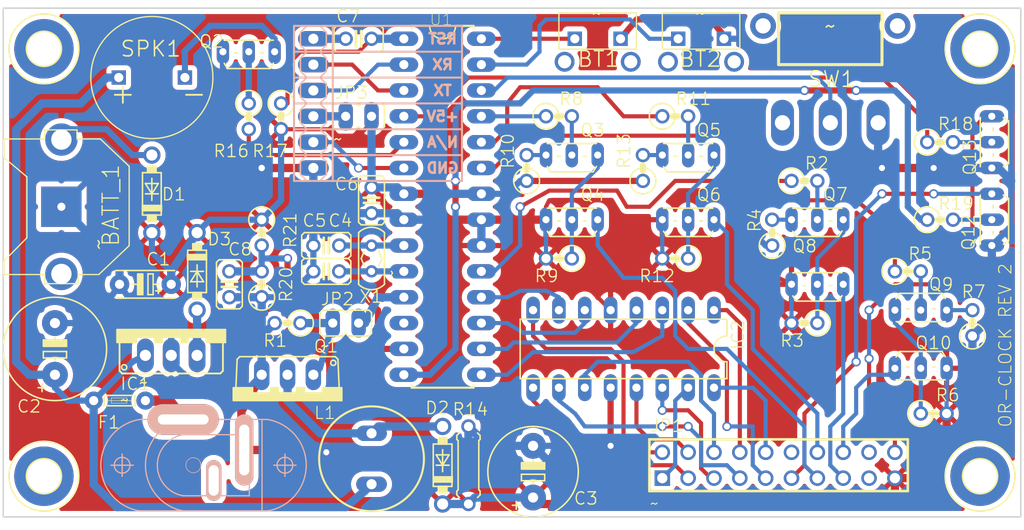
<source format=kicad_pcb>
(kicad_pcb (version 4) (host pcbnew 4.0.0-rc1-stable)
  (title_block (title "OR_CLOCK MAINBOARD") (rev 2))
  (layers (0 Top signal) (31 Bottom signal) (34 B.Paste user) (35 F.Paste user) (36 B.SilkS user) (37 F.SilkS user) (38 B.Mask user) (39 F.Mask user) (44 Edge.Cuts user))
  (net 0 "")
  (net 1 +9V)
  (net 2 +5V)
  (net 3 GND)
  (net 4 /N$46)
  (net 5 "Net-(H1-PadB3,3)")
  (net 6 "Net-(H2-PadB3,3)")
  (net 7 "Net-(H3-PadB3,3)")
  (net 8 "Net-(H4-PadB3,3)")
  (net 9 "Net-(JP1-Pad12)")
  (net 10 "Net-(JP1-Pad17)")
  (net 11 "Net-(JP1-Pad18)")
  (net 12 /N$21)
  (net 13 "Net-(SW1-PadPIN1)")
  (net 14 "Net-(BATT_1-Pad+1)")
  (net 15 RESET)
  (net 16 "Net-(JACK_1-PadCON)")
  (net 17 PD4)
  (net 18 "Net-(BATT_1-Pad+2)")
  (net 19 PC5)
  (net 20 PC4)
  (net 21 "Net-(C4-Pad2)")
  (net 22 "Net-(C5-Pad2)")
  (net 23 "Net-(C7-Pad1)")
  (net 24 "Net-(D2-PadA)")
  (net 25 "Net-(D3-PadA)")
  (net 26 "Net-(F1-Pad1)")
  (net 27 D8)
  (net 28 D9)
  (net 29 C)
  (net 30 D2)
  (net 31 A)
  (net 32 D)
  (net 33 B)
  (net 34 D3)
  (net 35 D7)
  (net 36 D6)
  (net 37 D4)
  (net 38 D5)
  (net 39 D1)
  (net 40 D0)
  (net 41 DP)
  (net 42 A1)
  (net 43 A2)
  (net 44 A3)
  (net 45 A4)
  (net 46 SEP_KATHODES)
  (net 47 "Net-(JP2-Pad1)")
  (net 48 OC0B)
  (net 49 "Net-(JP3-Pad1)")
  (net 50 "Net-(Q2-Pad1)")
  (net 51 "Net-(Q2-Pad2)")
  (net 52 "Net-(Q3-Pad3)")
  (net 53 "Net-(Q3-Pad1)")
  (net 54 "Net-(Q3-Pad2)")
  (net 55 "Net-(Q5-Pad3)")
  (net 56 "Net-(Q5-Pad2)")
  (net 57 "Net-(Q7-Pad3)")
  (net 58 "Net-(Q7-Pad1)")
  (net 59 "Net-(Q7-Pad2)")
  (net 60 "Net-(Q9-Pad3)")
  (net 61 "Net-(Q10-Pad2)")
  (net 62 "Net-(Q9-Pad2)")
  (net 63 "Net-(Q12-Pad2)")
  (net 64 "Net-(Q13-Pad2)")
  (net 65 NIX3)
  (net 66 NIX4)
  (net 67 NIX1)
  (net 68 NIX2)
  (net 69 PD3)
  (net 70 PD2)
  (net 71 PB0)
  (net 72 TX)
  (net 73 RX)
  (net 74 PC3)
  (net 75 OC0A)
  (module nixkit:PA66_DC_JACK_MILL (layer Bottom) (at 44.2461 68.7286 270)
    (fp_text reference JACK_1 hide)
    (fp_text value DC_BARREL_PA66_MILL hide)
    (pad CON thru_hole oval (at 1.4986 -0.99822 90) (size 3.99796 1.4986) (drill oval 3 1) (layers *.Cu *.Mask B.SilkS) (net 16 "Net-(JACK_1-PadCON)"))
    (pad CON1 smd oval (at 1.4986 -0.99822 90) (size 3.99796 1.4986) (layers Bottom B.Paste B.Mask))
    (pad V+ thru_hole oval (at -4.49834 1.99898 180) (size 6.9977 2.99974) (drill oval 5 1) (layers *.Cu *.Mask B.SilkS) (net 26 "Net-(F1-Pad1)"))
    (pad V+1 smd oval (at -4.49834 1.99898 180) (size 6.9977 2.99974) (layers Bottom B.Paste B.Mask))
    (pad V- thru_hole oval (at -1.4986 -3.99796 90) (size 6.9977 1.79832) (drill oval 5 1) (layers *.Cu *.Mask B.SilkS) (net 3 GND))
    (pad V-1 smd oval (at -1.4986 -3.99796 90) (size 6.9977 1.79832) (layers Bottom B.Paste B.Mask))
  )
  (module DIL16 (layer Top) (at 85.5211 57.2986 180)
    (fp_text reference IC2 (at -10.541 2.921 270) (layer F.SilkS) (effects (font (size 1.2065 1.2065) (thickness 0.127)) (justify right top)))
    (fp_text value 74141N hide)
    (pad 1 thru_hole oval (at -8.89 3.81 270) (size 2.6416 1.3208) (drill 0.8128) (layers *.Cu *.Mask) (net 27 D8))
    (pad 2 thru_hole oval (at -6.35 3.81 270) (size 2.6416 1.3208) (drill 0.8128) (layers *.Cu *.Mask) (net 28 D9))
    (pad 7 thru_hole oval (at 6.35 3.81 270) (size 2.6416 1.3208) (drill 0.8128) (layers *.Cu *.Mask) (net 29 C))
    (pad 8 thru_hole oval (at 8.89 3.81 270) (size 2.6416 1.3208) (drill 0.8128) (layers *.Cu *.Mask) (net 30 D2))
    (pad 3 thru_hole oval (at -3.81 3.81 270) (size 2.6416 1.3208) (drill 0.8128) (layers *.Cu *.Mask) (net 31 A))
    (pad 4 thru_hole oval (at -1.27 3.81 270) (size 2.6416 1.3208) (drill 0.8128) (layers *.Cu *.Mask) (net 32 D))
    (pad 6 thru_hole oval (at 3.81 3.81 270) (size 2.6416 1.3208) (drill 0.8128) (layers *.Cu *.Mask) (net 33 B))
    (pad 5 thru_hole oval (at 1.27 3.81 270) (size 2.6416 1.3208) (drill 0.8128) (layers *.Cu *.Mask) (net 2 +5V))
    (pad 9 thru_hole oval (at 8.89 -3.81 270) (size 2.6416 1.3208) (drill 0.8128) (layers *.Cu *.Mask) (net 34 D3))
    (pad 10 thru_hole oval (at 6.35 -3.81 270) (size 2.6416 1.3208) (drill 0.8128) (layers *.Cu *.Mask) (net 35 D7))
    (pad 11 thru_hole oval (at 3.81 -3.81 270) (size 2.6416 1.3208) (drill 0.8128) (layers *.Cu *.Mask) (net 36 D6))
    (pad 12 thru_hole oval (at 1.27 -3.81 270) (size 2.6416 1.3208) (drill 0.8128) (layers *.Cu *.Mask) (net 3 GND))
    (pad 13 thru_hole oval (at -1.27 -3.81 270) (size 2.6416 1.3208) (drill 0.8128) (layers *.Cu *.Mask) (net 37 D4))
    (pad 14 thru_hole oval (at -3.81 -3.81 270) (size 2.6416 1.3208) (drill 0.8128) (layers *.Cu *.Mask) (net 38 D5))
    (pad 15 thru_hole oval (at -6.35 -3.81 270) (size 2.6416 1.3208) (drill 0.8128) (layers *.Cu *.Mask) (net 39 D1))
    (pad 16 thru_hole oval (at -8.89 -3.81 270) (size 2.6416 1.3208) (drill 0.8128) (layers *.Cu *.Mask) (net 40 D0))
  )
  (module DIL28-3 (layer Top) (at 67.7411 43.3286 270)
    (fp_text reference U1 (at -19.10716 -1.05734 360) (layer F.SilkS) (effects (font (size 1.15824 1.15824) (thickness 0.06096)) (justify right top)))
    (fp_text value ATMEGA328P_PDIP hide)
    (pad 1 thru_hole oval (at -16.51 3.81) (size 2.816 1.408) (drill 0.9) (layers *.Cu *.Mask) (net 15 RESET))
    (pad 2 thru_hole oval (at -13.97 3.81) (size 2.816 1.408) (drill 0.9) (layers *.Cu *.Mask) (net 73 RX))
    (pad 3 thru_hole oval (at -11.43 3.81) (size 2.816 1.408) (drill 0.9) (layers *.Cu *.Mask) (net 72 TX))
    (pad 4 thru_hole oval (at -8.89 3.81) (size 2.816 1.408) (drill 0.9) (layers *.Cu *.Mask) (net 70 PD2))
    (pad 5 thru_hole oval (at -6.35 3.81) (size 2.816 1.408) (drill 0.9) (layers *.Cu *.Mask) (net 69 PD3))
    (pad 6 thru_hole oval (at -3.81 3.81) (size 2.816 1.408) (drill 0.9) (layers *.Cu *.Mask) (net 17 PD4))
    (pad 7 thru_hole oval (at -1.27 3.81) (size 2.816 1.408) (drill 0.9) (layers *.Cu *.Mask) (net 2 +5V))
    (pad 8 thru_hole oval (at 1.27 3.81) (size 2.816 1.408) (drill 0.9) (layers *.Cu *.Mask) (net 3 GND))
    (pad 9 thru_hole oval (at 3.81 3.81) (size 2.816 1.408) (drill 0.9) (layers *.Cu *.Mask) (net 22 "Net-(C5-Pad2)"))
    (pad 10 thru_hole oval (at 6.35 3.81) (size 2.816 1.408) (drill 0.9) (layers *.Cu *.Mask) (net 21 "Net-(C4-Pad2)"))
    (pad 11 thru_hole oval (at 8.89 3.81) (size 2.816 1.408) (drill 0.9) (layers *.Cu *.Mask) (net 48 OC0B))
    (pad 12 thru_hole oval (at 11.43 3.81) (size 2.816 1.408) (drill 0.9) (layers *.Cu *.Mask) (net 75 OC0A))
    (pad 13 thru_hole oval (at 13.97 3.81) (size 2.816 1.408) (drill 0.9) (layers *.Cu *.Mask) (net 4 /N$46))
    (pad 14 thru_hole oval (at 16.51 3.81) (size 2.816 1.408) (drill 0.9) (layers *.Cu *.Mask) (net 71 PB0))
    (pad 15 thru_hole oval (at 16.51 -3.81) (size 2.816 1.408) (drill 0.9) (layers *.Cu *.Mask) (net 31 A))
    (pad 16 thru_hole oval (at 13.97 -3.81) (size 2.816 1.408) (drill 0.9) (layers *.Cu *.Mask) (net 32 D))
    (pad 17 thru_hole oval (at 11.43 -3.81) (size 2.816 1.408) (drill 0.9) (layers *.Cu *.Mask) (net 33 B))
    (pad 18 thru_hole oval (at 8.89 -3.81) (size 2.816 1.408) (drill 0.9) (layers *.Cu *.Mask) (net 29 C))
    (pad 19 thru_hole oval (at 6.35 -3.81) (size 2.816 1.408) (drill 0.9) (layers *.Cu *.Mask) (net 66 NIX4))
    (pad 20 thru_hole oval (at 3.81 -3.81) (size 2.816 1.408) (drill 0.9) (layers *.Cu *.Mask) (net 2 +5V))
    (pad 21 thru_hole oval (at 1.27 -3.81) (size 2.816 1.408) (drill 0.9) (layers *.Cu *.Mask) (net 2 +5V))
    (pad 22 thru_hole oval (at -1.27 -3.81) (size 2.816 1.408) (drill 0.9) (layers *.Cu *.Mask) (net 3 GND))
    (pad 23 thru_hole oval (at -3.81 -3.81) (size 2.816 1.408) (drill 0.9) (layers *.Cu *.Mask) (net 65 NIX3))
    (pad 24 thru_hole oval (at -6.35 -3.81) (size 2.816 1.408) (drill 0.9) (layers *.Cu *.Mask) (net 68 NIX2))
    (pad 25 thru_hole oval (at -8.89 -3.81) (size 2.816 1.408) (drill 0.9) (layers *.Cu *.Mask) (net 67 NIX1))
    (pad 26 thru_hole oval (at -11.43 -3.81) (size 2.816 1.408) (drill 0.9) (layers *.Cu *.Mask) (net 74 PC3))
    (pad 27 thru_hole oval (at -13.97 -3.81) (size 2.816 1.408) (drill 0.9) (layers *.Cu *.Mask) (net 20 PC4))
    (pad 28 thru_hole oval (at -16.51 -3.81) (size 2.816 1.408) (drill 0.9) (layers *.Cu *.Mask) (net 19 PC5))
  )
  (module TC26V (layer Top) (at 60.7561 48.4086 90)
    (fp_text reference X1 (at -4.4488 -1.2693 180) (layer F.SilkS) (effects (font (size 1.2065 1.2065) (thickness 0.127)) (justify left bottom)))
    (fp_text value ~ (at -2.032 2.667 90) (layer F.SilkS) (effects (font (size 1.2065 1.2065) (thickness 0.127)) (justify left bottom)))
    (pad 1 thru_hole circle (at -1.27 0 90) (size 1.208 1.208) (drill 0.7) (layers *.Cu *.Mask) (net 21 "Net-(C4-Pad2)"))
    (pad 2 thru_hole circle (at 1.27 0 90) (size 1.208 1.208) (drill 0.7) (layers *.Cu *.Mask) (net 22 "Net-(C5-Pad2)"))
  )
  (module E5-6 (layer Top) (at 38.5311 50.9486 180)
    (fp_text reference C1 (at -2.5407 3.1712 180) (layer F.SilkS) (effects (font (size 1.2065 1.2065) (thickness 0.127)) (justify right top)))
    (fp_text value 100uf hide)
    (pad + thru_hole circle (at -2.54 0 180) (size 1.905 1.905) (drill 0.9) (layers *.Cu *.Mask) (net 2 +5V))
    (pad - thru_hole circle (at 2.54 0 180) (size 1.905 1.905) (drill 0.9) (layers *.Cu *.Mask) (net 3 GND))
  )
  (module DO41-7.6 (layer Top) (at 43.6111 49.6786 270)
    (fp_text reference D3 (at -3.8736 -3.4489 540) (layer F.SilkS) (effects (font (size 1.2065 1.2065) (thickness 0.127)) (justify right top)))
    (fp_text value 1N5817 hide)
    (pad C thru_hole circle (at -3.81 0 270) (size 1.7 1.7) (drill 1.1) (layers *.Cu *.Mask) (net 2 +5V))
    (pad A thru_hole circle (at 3.81 0 270) (size 1.7 1.7) (drill 1.1) (layers *.Cu *.Mask) (net 25 "Net-(D3-PadA)"))
  )
  (module DO41-7.6 (layer Top) (at 39.1661 42.0586 90)
    (fp_text reference D1 (at -0.7464 0.8939 180) (layer F.SilkS) (effects (font (size 1.2065 1.2065) (thickness 0.127)) (justify left bottom)))
    (fp_text value 1N5817 hide)
    (pad C thru_hole circle (at -3.81 0 90) (size 1.7 1.7) (drill 1.1) (layers *.Cu *.Mask) (net 2 +5V))
    (pad A thru_hole circle (at 3.81 0 90) (size 1.7 1.7) (drill 1.1) (layers *.Cu *.Mask) (net 18 "Net-(BATT_1-Pad+2)"))
  )
  (module 3,3-PAD (layer Top) (at 28.5611 69.8086)
    (fp_text reference H4 (at 0 0) (layer F.SilkS))
    (fp_text value MOUNT-PAD-ROUND3.3 hide)
    (pad B3,3 thru_hole circle (at 0 0) (size 5.842 5.842) (drill 3.3) (layers *.Cu *.Mask) (net 8 "Net-(H4-PadB3,3)"))
  )
  (module 3,3-PAD (layer Top) (at 28.5611 27.8086)
    (fp_text reference H1 (at 0 0) (layer F.SilkS))
    (fp_text value MOUNT-PAD-ROUND3.3 hide)
    (pad B3,3 thru_hole circle (at 0 0) (size 5.842 5.842) (drill 3.3) (layers *.Cu *.Mask) (net 5 "Net-(H1-PadB3,3)"))
  )
  (module AL-60P12_SUMMER (layer Top) (at 39.1661 30.6286)
    (fp_text reference SPK1 (at -0.1061 -2.8236) (layer F.SilkS))
    (fp_text value SUMMER_AL-60P12 hide)
    (fp_text user + (at -4.25 2.75) (layer F.SilkS) (effects (font (size 2.07518 2.07518) (thickness 0.174752)) (justify left bottom)))
    (fp_text user - (at 2.75 2.75) (layer F.SilkS) (effects (font (size 2.07518 2.07518) (thickness 0.174752)) (justify left bottom)))
    (pad POS thru_hole rect (at -3.25 0) (size 1.408 1.408) (drill 0.9) (layers *.Cu *.Mask) (net 1 +9V))
    (pad NEG thru_hole rect (at 3.25 0) (size 1.408 1.408) (drill 0.9) (layers *.Cu *.Mask) (net 50 "Net-(Q2-Pad1)"))
  )
  (module 3,3-PAD (layer Top) (at 120.5611 69.8086)
    (fp_text reference H3 hide)
    (fp_text value MOUNT-PAD-ROUND3.3 hide)
    (pad B3,3 thru_hole circle (at 0 0) (size 5.842 5.842) (drill 3.3) (layers *.Cu *.Mask) (net 7 "Net-(H3-PadB3,3)"))
  )
  (module 3,3-PAD (layer Top) (at 120.5611 27.8086)
    (fp_text reference H2 hide)
    (fp_text value MOUNT-PAD-ROUND3.3 hide)
    (pad B3,3 thru_hole circle (at 0 0) (size 5.842 5.842) (drill 3.3) (layers *.Cu *.Mask) (net 6 "Net-(H2-PadB3,3)"))
  )
  (module 78XXS (layer Top) (at 41.0711 55.3936)
    (fp_text reference IC1 (at -5.08 6.0452) (layer F.SilkS) (effects (font (size 1.2065 1.2065) (thickness 0.127)) (justify left bottom)))
    (fp_text value ~ (at -5.08 7.62) (layer F.SilkS) (effects (font (size 1.2065 1.2065) (thickness 0.127)) (justify left bottom)))
    (pad IN thru_hole oval (at -2.54 2.54 90) (size 3.3 1.65) (drill 1.1) (layers *.Cu *.Mask) (net 1 +9V))
    (pad GND thru_hole oval (at 0 2.54 90) (size 3.3 1.65) (drill 1.1) (layers *.Cu *.Mask) (net 3 GND))
    (pad OUT thru_hole oval (at 2.54 2.54 90) (size 3.3 1.65) (drill 1.1) (layers *.Cu *.Mask) (net 25 "Net-(D3-PadA)"))
  )
  (module 2X10 (layer Top) (at 100.7611 68.7286)
    (fp_text reference JP1 (at -12.7 -3.175) (layer F.SilkS) (effects (font (size 1.2065 1.2065) (thickness 0.127)) (justify left bottom)))
    (fp_text value ~ (at -12.7 4.445) (layer F.SilkS) (effects (font (size 1.2065 1.2065) (thickness 0.1016)) (justify left bottom)))
    (pad 1 thru_hole rect (at -11.43 1.27) (size 1.524 1.524) (drill 1.016) (layers *.Cu *.Mask) (net 39 D1))
    (pad 2 thru_hole circle (at -11.43 -1.27) (size 1.524 1.524) (drill 1.016) (layers *.Cu *.Mask) (net 30 D2))
    (pad 3 thru_hole circle (at -8.89 1.27) (size 1.524 1.524) (drill 1.016) (layers *.Cu *.Mask) (net 34 D3))
    (pad 4 thru_hole circle (at -8.89 -1.27) (size 1.524 1.524) (drill 1.016) (layers *.Cu *.Mask) (net 37 D4))
    (pad 5 thru_hole circle (at -6.35 1.27) (size 1.524 1.524) (drill 1.016) (layers *.Cu *.Mask) (net 38 D5))
    (pad 6 thru_hole circle (at -6.35 -1.27) (size 1.524 1.524) (drill 1.016) (layers *.Cu *.Mask) (net 36 D6))
    (pad 7 thru_hole circle (at -3.81 1.27) (size 1.524 1.524) (drill 1.016) (layers *.Cu *.Mask) (net 35 D7))
    (pad 8 thru_hole circle (at -3.81 -1.27) (size 1.524 1.524) (drill 1.016) (layers *.Cu *.Mask) (net 27 D8))
    (pad 9 thru_hole circle (at -1.27 1.27) (size 1.524 1.524) (drill 1.016) (layers *.Cu *.Mask) (net 28 D9))
    (pad 10 thru_hole circle (at -1.27 -1.27) (size 1.524 1.524) (drill 1.016) (layers *.Cu *.Mask) (net 40 D0))
    (pad 11 thru_hole circle (at 1.27 1.27) (size 1.524 1.524) (drill 1.016) (layers *.Cu *.Mask) (net 41 DP))
    (pad 12 thru_hole circle (at 1.27 -1.27) (size 1.524 1.524) (drill 1.016) (layers *.Cu *.Mask) (net 9 "Net-(JP1-Pad12)"))
    (pad 13 thru_hole circle (at 3.81 1.27) (size 1.524 1.524) (drill 1.016) (layers *.Cu *.Mask) (net 42 A1))
    (pad 14 thru_hole circle (at 3.81 -1.27) (size 1.524 1.524) (drill 1.016) (layers *.Cu *.Mask) (net 43 A2))
    (pad 15 thru_hole circle (at 6.35 1.27) (size 1.524 1.524) (drill 1.016) (layers *.Cu *.Mask) (net 44 A3))
    (pad 16 thru_hole circle (at 6.35 -1.27) (size 1.524 1.524) (drill 1.016) (layers *.Cu *.Mask) (net 45 A4))
    (pad 17 thru_hole circle (at 8.89 1.27) (size 1.524 1.524) (drill 1.016) (layers *.Cu *.Mask) (net 10 "Net-(JP1-Pad17)"))
    (pad 18 thru_hole circle (at 8.89 -1.27) (size 1.524 1.524) (drill 1.016) (layers *.Cu *.Mask) (net 11 "Net-(JP1-Pad18)"))
    (pad 19 thru_hole circle (at 11.43 1.27) (size 1.524 1.524) (drill 1.016) (layers *.Cu *.Mask) (net 2 +5V))
    (pad 20 thru_hole circle (at 11.43 -1.27) (size 1.524 1.524) (drill 1.016) (layers *.Cu *.Mask) (net 46 SEP_KATHODES))
  )
  (module TO92- (layer Top) (at 104.5711 43.3286)
    (fp_text reference Q7 (at 0.4889 -0.5236) (layer F.SilkS) (effects (font (size 1.2065 1.2065) (thickness 0.127)) (justify left bottom)))
    (fp_text value MPSA42 hide)
    (pad 3 thru_hole oval (at -2.54 1.27 90) (size 2.416 1.208) (drill 0.7) (layers *.Cu *.Mask) (net 57 "Net-(Q7-Pad3)"))
    (pad 1 thru_hole oval (at 2.54 1.27 90) (size 2.416 1.208) (drill 0.7) (layers *.Cu *.Mask) (net 58 "Net-(Q7-Pad1)"))
    (pad 2 thru_hole oval (at 0 1.27 90) (size 2.416 1.208) (drill 0.7) (layers *.Cu *.Mask) (net 59 "Net-(Q7-Pad2)"))
  )
  (module TO92- (layer Top) (at 104.5711 49.6786)
    (fp_text reference Q8 (at -2.54 -1.778) (layer F.SilkS) (effects (font (size 1.2065 1.2065) (thickness 0.127)) (justify left bottom)))
    (fp_text value MPSA92 hide)
    (pad 3 thru_hole oval (at -2.54 1.27 90) (size 2.416 1.208) (drill 0.7) (layers *.Cu *.Mask) (net 2 +5V))
    (pad 1 thru_hole oval (at 2.54 1.27 90) (size 2.416 1.208) (drill 0.7) (layers *.Cu *.Mask) (net 44 A3))
    (pad 2 thru_hole oval (at 0 1.27 90) (size 2.416 1.208) (drill 0.7) (layers *.Cu *.Mask) (net 58 "Net-(Q7-Pad1)"))
  )
  (module CR1220-THM (layer Top) (at 30.2761 43.3286 90)
    (fp_text reference BATT_1 (at 4.2836 3.9289 90) (layer F.SilkS) (effects (font (size 1.59258 1.59258) (thickness 0.127406)) (justify right top)))
    (fp_text value ~ (at -4.318 4.55 90) (layer F.SilkS) (effects (font (size 1.59258 1.59258) (thickness 0.127406)) (justify left bottom)))
    (pad - thru_hole rect (at 0 0 90) (size 3.9624 3.9624) (drill 0.8) (layers *.Cu *.Mask) (net 3 GND))
    (pad +1 thru_hole circle (at -6.604 0 90) (size 3.175 3.175) (drill 2) (layers *.Cu *.Mask) (net 14 "Net-(BATT_1-Pad+1)"))
    (pad +2 thru_hole circle (at 6.604 0 90) (size 3.175 3.175) (drill 2) (layers *.Cu *.Mask) (net 18 "Net-(BATT_1-Pad+2)"))
  )
  (module BS11 (layer Top) (at 60.7561 68.0936 90)
    (fp_text reference L1 (at 3.8062 -5.7143 180) (layer F.SilkS) (effects (font (size 1.2065 1.2065) (thickness 0.1016)) (justify left bottom)))
    (fp_text value 100uH hide)
    (pad 1 thru_hole oval (at -2.5 0 180) (size 3.016 1.508) (drill 1) (layers *.Cu *.Mask) (net 1 +9V))
    (pad 2 thru_hole oval (at 2.5 0 180) (size 3.016 1.508) (drill 1) (layers *.Cu *.Mask) (net 24 "Net-(D2-PadA)"))
  )
  (module TO220BV (layer Top) (at 52.5011 62.3786 180)
    (fp_text reference Q1 (at -5.08 6.0452 180) (layer F.SilkS) (effects (font (size 1.2065 1.2065) (thickness 0.127)) (justify right top)))
    (fp_text value IRF740 hide)
    (pad G thru_hole oval (at -2.54 2.54 270) (size 3.016 1.508) (drill 1) (layers *.Cu *.Mask) (net 47 "Net-(JP2-Pad1)"))
    (pad D thru_hole oval (at 0 2.54 270) (size 3.016 1.508) (drill 1) (layers *.Cu *.Mask) (net 24 "Net-(D2-PadA)"))
    (pad S thru_hole oval (at 2.54 2.54 270) (size 3.016 1.508) (drill 1) (layers *.Cu *.Mask) (net 3 GND))
  )
  (module E5-10,5 (layer Top) (at 29.6411 57.2986 90)
    (fp_text reference C2 (at -6.3538 -3.8093 180) (layer F.SilkS) (effects (font (size 1.2065 1.2065) (thickness 0.127)) (justify left bottom)))
    (fp_text value 470uf hide)
    (pad + thru_hole circle (at -2.54 0 90) (size 2.54 2.54) (drill 1) (layers *.Cu *.Mask) (net 1 +9V))
    (pad - thru_hole circle (at 2.54 0 90) (size 2.54 2.54) (drill 1) (layers *.Cu *.Mask) (net 3 GND))
  )
  (module DO41-7.6 (layer Top) (at 67.7411 68.7286 90)
    (fp_text reference D2 (at 4.9186 -1.7861 180) (layer F.SilkS) (effects (font (size 1.2065 1.2065) (thickness 0.127)) (justify left bottom)))
    (fp_text value UF4007 hide)
    (pad C thru_hole circle (at -3.81 0 90) (size 1.7 1.7) (drill 1.1) (layers *.Cu *.Mask) (net 2 +5V))
    (pad A thru_hole circle (at 3.81 0 90) (size 1.7 1.7) (drill 1.1) (layers *.Cu *.Mask) (net 24 "Net-(D2-PadA)"))
  )
  (module E5-8,5 (layer Top) (at 76.6311 69.3636 90)
    (fp_text reference C3 (at -3.3364 3.9289 180) (layer F.SilkS) (effects (font (size 1.2065 1.2065) (thickness 0.127)) (justify left bottom)))
    (fp_text value 2.2uf hide)
    (pad + thru_hole circle (at -2.54 0 90) (size 2.54 2.54) (drill 1) (layers *.Cu *.Mask) (net 2 +5V))
    (pad - thru_hole circle (at 2.54 0 90) (size 2.54 2.54) (drill 1) (layers *.Cu *.Mask) (net 3 GND))
  )
  (module 0207%2f2V (layer Top) (at 52.5011 54.7586 180)
    (fp_text reference R1 (at -0.0508 -1.016 180) (layer F.SilkS) (effects (font (size 1.2065 1.2065) (thickness 0.127)) (justify right top)))
    (fp_text value 10K hide)
    (pad 1 thru_hole circle (at -1.27 0 180) (size 1.408 1.408) (drill 0.9) (layers *.Cu *.Mask) (net 47 "Net-(JP2-Pad1)"))
    (pad 2 thru_hole circle (at 1.27 0 180) (size 1.408 1.408) (drill 0.9) (layers *.Cu *.Mask) (net 3 GND))
  )
  (module 0207%2f2V (layer Top) (at 103.3011 40.7886)
    (fp_text reference R2 (at -0.0508 -1.016) (layer F.SilkS) (effects (font (size 1.2065 1.2065) (thickness 0.127)) (justify left bottom)))
    (fp_text value 10K hide)
    (pad 1 thru_hole circle (at -1.27 0) (size 1.408 1.408) (drill 0.9) (layers *.Cu *.Mask) (net 65 NIX3))
    (pad 2 thru_hole circle (at 1.27 0) (size 1.408 1.408) (drill 0.9) (layers *.Cu *.Mask) (net 59 "Net-(Q7-Pad2)"))
  )
  (module 0207%2f2V (layer Top) (at 103.3011 54.7586 180)
    (fp_text reference R3 (at -0.0508 -1.016 180) (layer F.SilkS) (effects (font (size 1.2065 1.2065) (thickness 0.127)) (justify right top)))
    (fp_text value 100K hide)
    (pad 1 thru_hole circle (at -1.27 0 180) (size 1.408 1.408) (drill 0.9) (layers *.Cu *.Mask) (net 58 "Net-(Q7-Pad1)"))
    (pad 2 thru_hole circle (at 1.27 0 180) (size 1.408 1.408) (drill 0.9) (layers *.Cu *.Mask) (net 2 +5V))
  )
  (module 0207%2f2V (layer Top) (at 100.1261 45.8686 90)
    (fp_text reference R4 (at -0.0508 -1.016 90) (layer F.SilkS) (effects (font (size 1.2065 1.2065) (thickness 0.127)) (justify left bottom)))
    (fp_text value 100K hide)
    (pad 1 thru_hole circle (at -1.27 0 90) (size 1.408 1.408) (drill 0.9) (layers *.Cu *.Mask) (net 3 GND))
    (pad 2 thru_hole circle (at 1.27 0 90) (size 1.408 1.408) (drill 0.9) (layers *.Cu *.Mask) (net 57 "Net-(Q7-Pad3)"))
  )
  (module TO92- (layer Top) (at 114.7311 54.7586 180)
    (fp_text reference Q9 (at -3.29 4.50978 180) (layer F.SilkS) (effects (font (size 1.2065 1.2065) (thickness 0.127)) (justify right top)))
    (fp_text value MPSA42 hide)
    (pad 3 thru_hole oval (at -2.54 1.27 270) (size 2.416 1.208) (drill 0.7) (layers *.Cu *.Mask) (net 60 "Net-(Q9-Pad3)"))
    (pad 1 thru_hole oval (at 2.54 1.27 270) (size 2.416 1.208) (drill 0.7) (layers *.Cu *.Mask) (net 61 "Net-(Q10-Pad2)"))
    (pad 2 thru_hole oval (at 0 1.27 270) (size 2.416 1.208) (drill 0.7) (layers *.Cu *.Mask) (net 62 "Net-(Q9-Pad2)"))
  )
  (module TO92- (layer Top) (at 114.7311 60.4736 180)
    (fp_text reference Q10 (at -3.12236 4.46914 180) (layer F.SilkS) (effects (font (size 1.2065 1.2065) (thickness 0.127)) (justify right top)))
    (fp_text value MPSA92 hide)
    (pad 3 thru_hole oval (at -2.54 1.27 270) (size 2.416 1.208) (drill 0.7) (layers *.Cu *.Mask) (net 2 +5V))
    (pad 1 thru_hole oval (at 2.54 1.27 270) (size 2.416 1.208) (drill 0.7) (layers *.Cu *.Mask) (net 45 A4))
    (pad 2 thru_hole oval (at 0 1.27 270) (size 2.416 1.208) (drill 0.7) (layers *.Cu *.Mask) (net 61 "Net-(Q10-Pad2)"))
  )
  (module 0207%2f2V (layer Top) (at 113.4611 49.6786)
    (fp_text reference R5 (at -0.0508 -1.016) (layer F.SilkS) (effects (font (size 1.2065 1.2065) (thickness 0.127)) (justify left bottom)))
    (fp_text value 10K hide)
    (pad 1 thru_hole circle (at -1.27 0) (size 1.408 1.408) (drill 0.9) (layers *.Cu *.Mask) (net 66 NIX4))
    (pad 2 thru_hole circle (at 1.27 0) (size 1.408 1.408) (drill 0.9) (layers *.Cu *.Mask) (net 62 "Net-(Q9-Pad2)"))
  )
  (module 0207%2f2V (layer Top) (at 116.0011 63.6486)
    (fp_text reference R6 (at 0.1189 -1.1086) (layer F.SilkS) (effects (font (size 1.2065 1.2065) (thickness 0.127)) (justify left bottom)))
    (fp_text value 100K hide)
    (pad 1 thru_hole circle (at -1.27 0) (size 1.408 1.408) (drill 0.9) (layers *.Cu *.Mask) (net 61 "Net-(Q10-Pad2)"))
    (pad 2 thru_hole circle (at 1.27 0) (size 1.408 1.408) (drill 0.9) (layers *.Cu *.Mask) (net 2 +5V))
  )
  (module 0207%2f2V (layer Top) (at 119.8111 54.7586 90)
    (fp_text reference R7 (at 2.3786 -1.1511 180) (layer F.SilkS) (effects (font (size 1.2065 1.2065) (thickness 0.127)) (justify left bottom)))
    (fp_text value 100K hide)
    (pad 1 thru_hole circle (at -1.27 0 90) (size 1.408 1.408) (drill 0.9) (layers *.Cu *.Mask) (net 3 GND))
    (pad 2 thru_hole circle (at 1.27 0 90) (size 1.408 1.408) (drill 0.9) (layers *.Cu *.Mask) (net 60 "Net-(Q9-Pad3)"))
  )
  (module TO92- (layer Top) (at 80.4411 36.9786)
    (fp_text reference Q3 (at 0.7539 -0.4736) (layer F.SilkS) (effects (font (size 1.2065 1.2065) (thickness 0.127)) (justify left bottom)))
    (fp_text value MPSA42 hide)
    (pad 3 thru_hole oval (at -2.54 1.27 90) (size 2.416 1.208) (drill 0.7) (layers *.Cu *.Mask) (net 52 "Net-(Q3-Pad3)"))
    (pad 1 thru_hole oval (at 2.54 1.27 90) (size 2.416 1.208) (drill 0.7) (layers *.Cu *.Mask) (net 53 "Net-(Q3-Pad1)"))
    (pad 2 thru_hole oval (at 0 1.27 90) (size 2.416 1.208) (drill 0.7) (layers *.Cu *.Mask) (net 54 "Net-(Q3-Pad2)"))
  )
  (module TO92- (layer Top) (at 80.4411 43.3286)
    (fp_text reference Q4 (at 0.7539 -0.4736) (layer F.SilkS) (effects (font (size 1.2065 1.2065) (thickness 0.127)) (justify left bottom)))
    (fp_text value MPSA92 hide)
    (pad 3 thru_hole oval (at -2.54 1.27 90) (size 2.416 1.208) (drill 0.7) (layers *.Cu *.Mask) (net 2 +5V))
    (pad 1 thru_hole oval (at 2.54 1.27 90) (size 2.416 1.208) (drill 0.7) (layers *.Cu *.Mask) (net 42 A1))
    (pad 2 thru_hole oval (at 0 1.27 90) (size 2.416 1.208) (drill 0.7) (layers *.Cu *.Mask) (net 53 "Net-(Q3-Pad1)"))
  )
  (module 0207%2f2V (layer Top) (at 79.1711 34.4386)
    (fp_text reference R8 (at -0.0508 -1.016) (layer F.SilkS) (effects (font (size 1.2065 1.2065) (thickness 0.127)) (justify left bottom)))
    (fp_text value 10K hide)
    (pad 1 thru_hole circle (at -1.27 0) (size 1.408 1.408) (drill 0.9) (layers *.Cu *.Mask) (net 67 NIX1))
    (pad 2 thru_hole circle (at 1.27 0) (size 1.408 1.408) (drill 0.9) (layers *.Cu *.Mask) (net 54 "Net-(Q3-Pad2)"))
  )
  (module 0207%2f2V (layer Top) (at 79.1711 48.4086 180)
    (fp_text reference R9 (at -0.0508 -1.016 180) (layer F.SilkS) (effects (font (size 1.2065 1.2065) (thickness 0.127)) (justify right top)))
    (fp_text value 100K hide)
    (pad 1 thru_hole circle (at -1.27 0 180) (size 1.408 1.408) (drill 0.9) (layers *.Cu *.Mask) (net 53 "Net-(Q3-Pad1)"))
    (pad 2 thru_hole circle (at 1.27 0 180) (size 1.408 1.408) (drill 0.9) (layers *.Cu *.Mask) (net 2 +5V))
  )
  (module 0207%2f2V (layer Top) (at 75.9961 39.5186 90)
    (fp_text reference R10 (at -0.1614 -1.1511 90) (layer F.SilkS) (effects (font (size 1.2065 1.2065) (thickness 0.127)) (justify left bottom)))
    (fp_text value 100K hide)
    (pad 1 thru_hole circle (at -1.27 0 90) (size 1.408 1.408) (drill 0.9) (layers *.Cu *.Mask) (net 3 GND))
    (pad 2 thru_hole circle (at 1.27 0 90) (size 1.408 1.408) (drill 0.9) (layers *.Cu *.Mask) (net 52 "Net-(Q3-Pad3)"))
  )
  (module TO92- (layer Top) (at 91.8711 36.9786)
    (fp_text reference Q5 (at 0.7539 -0.4736) (layer F.SilkS) (effects (font (size 1.2065 1.2065) (thickness 0.127)) (justify left bottom)))
    (fp_text value MPSA42 hide)
    (pad 3 thru_hole oval (at -2.54 1.27 90) (size 2.416 1.208) (drill 0.7) (layers *.Cu *.Mask) (net 55 "Net-(Q5-Pad3)"))
    (pad 1 thru_hole oval (at 2.54 1.27 90) (size 2.416 1.208) (drill 0.7) (layers *.Cu *.Mask) (net 12 /N$21))
    (pad 2 thru_hole oval (at 0 1.27 90) (size 2.416 1.208) (drill 0.7) (layers *.Cu *.Mask) (net 56 "Net-(Q5-Pad2)"))
  )
  (module TO92- (layer Top) (at 91.8711 43.3286)
    (fp_text reference Q6 (at 0.7539 -0.4736) (layer F.SilkS) (effects (font (size 1.2065 1.2065) (thickness 0.127)) (justify left bottom)))
    (fp_text value MPSA92 hide)
    (pad 3 thru_hole oval (at -2.54 1.27 90) (size 2.416 1.208) (drill 0.7) (layers *.Cu *.Mask) (net 2 +5V))
    (pad 1 thru_hole oval (at 2.54 1.27 90) (size 2.416 1.208) (drill 0.7) (layers *.Cu *.Mask) (net 43 A2))
    (pad 2 thru_hole oval (at 0 1.27 90) (size 2.416 1.208) (drill 0.7) (layers *.Cu *.Mask) (net 12 /N$21))
  )
  (module 0207%2f2V (layer Top) (at 90.6011 34.4386)
    (fp_text reference R11 (at -0.0508 -1.016) (layer F.SilkS) (effects (font (size 1.2065 1.2065) (thickness 0.127)) (justify left bottom)))
    (fp_text value 10K hide)
    (pad 1 thru_hole circle (at -1.27 0) (size 1.408 1.408) (drill 0.9) (layers *.Cu *.Mask) (net 68 NIX2))
    (pad 2 thru_hole circle (at 1.27 0) (size 1.408 1.408) (drill 0.9) (layers *.Cu *.Mask) (net 56 "Net-(Q5-Pad2)"))
  )
  (module 0207%2f2V (layer Top) (at 90.6011 48.4086 180)
    (fp_text reference R12 (at -0.0508 -1.016 180) (layer F.SilkS) (effects (font (size 1.2065 1.2065) (thickness 0.127)) (justify right top)))
    (fp_text value 100K hide)
    (pad 1 thru_hole circle (at -1.27 0 180) (size 1.408 1.408) (drill 0.9) (layers *.Cu *.Mask) (net 12 /N$21))
    (pad 2 thru_hole circle (at 1.27 0 180) (size 1.408 1.408) (drill 0.9) (layers *.Cu *.Mask) (net 2 +5V))
  )
  (module 0207%2f2V (layer Top) (at 87.4261 39.5186 90)
    (fp_text reference R13 (at -0.1614 -1.1511 90) (layer F.SilkS) (effects (font (size 1.2065 1.2065) (thickness 0.127)) (justify left bottom)))
    (fp_text value 100K hide)
    (pad 1 thru_hole circle (at -1.27 0 90) (size 1.408 1.408) (drill 0.9) (layers *.Cu *.Mask) (net 3 GND))
    (pad 2 thru_hole circle (at 1.27 0 90) (size 1.408 1.408) (drill 0.9) (layers *.Cu *.Mask) (net 55 "Net-(Q5-Pad3)"))
  )
  (module 0207%2f7 (layer Top) (at 70.2811 68.7286 270)
    (fp_text reference R14 (at -6.1886 -2.0239 360) (layer F.SilkS) (effects (font (size 1.2065 1.2065) (thickness 0.127)) (justify right top)))
    (fp_text value 1M hide)
    (pad 1 thru_hole circle (at -3.81 0 270) (size 1.408 1.408) (drill 0.9) (layers *.Cu *.Mask) (net 3 GND))
    (pad 2 thru_hole circle (at 3.81 0 270) (size 1.408 1.408) (drill 0.9) (layers *.Cu *.Mask) (net 2 +5V))
  )
  (module LITTLEFUSE (layer Top) (at 33.4511 62.3786 180)
    (fp_text reference F1 (at -2.6589 -1.4314 180) (layer F.SilkS) (effects (font (size 1.2065 1.2065) (thickness 0.127)) (justify right top)))
    (fp_text value ~ (at -5.417 2.4798 180) (layer F.SilkS) (effects (font (size 1.2065 1.2065) (thickness 0.127)) (justify right top)))
    (pad 1 thru_hole circle (at -5.08 0 270) (size 1.778 1.778) (drill 0.9) (layers *.Cu *.Mask) (net 26 "Net-(F1-Pad1)"))
    (pad 2 thru_hole circle (at 0 0 270) (size 1.778 1.778) (drill 0.9) (layers *.Cu *.Mask) (net 1 +9V))
  )
  (module C025-025X050 (layer Top) (at 56.3111 49.6786)
    (fp_text reference C4 (at 0.1189 -4.2836) (layer F.SilkS) (effects (font (size 1.2065 1.2065) (thickness 0.127)) (justify left bottom)))
    (fp_text value 22pf hide)
    (pad 1 thru_hole circle (at -1.27 0) (size 1.408 1.408) (drill 0.9) (layers *.Cu *.Mask) (net 3 GND))
    (pad 2 thru_hole circle (at 1.27 0) (size 1.408 1.408) (drill 0.9) (layers *.Cu *.Mask) (net 21 "Net-(C4-Pad2)"))
  )
  (module C025-025X050 (layer Top) (at 56.3111 47.1386)
    (fp_text reference C5 (at -2.4211 -1.7436) (layer F.SilkS) (effects (font (size 1.2065 1.2065) (thickness 0.127)) (justify left bottom)))
    (fp_text value 22pf hide)
    (pad 1 thru_hole circle (at -1.27 0) (size 1.408 1.408) (drill 0.9) (layers *.Cu *.Mask) (net 3 GND))
    (pad 2 thru_hole circle (at 1.27 0) (size 1.408 1.408) (drill 0.9) (layers *.Cu *.Mask) (net 22 "Net-(C5-Pad2)"))
  )
  (module JP1 (layer Top) (at 58.2161 54.7586 270)
    (fp_text reference JP2 (at -1.651 2.54 360) (layer F.SilkS) (effects (font (size 1.2065 1.2065) (thickness 0.127)) (justify left bottom)))
    (fp_text value ~ (at 2.921 2.54 360) (layer F.SilkS) (effects (font (size 1.2065 1.2065) (thickness 0.127)) (justify left bottom)))
    (pad 1 thru_hole oval (at 0 1.27 270) (size 2.816 1.408) (drill 0.9) (layers *.Cu *.Mask) (net 47 "Net-(JP2-Pad1)"))
    (pad 2 thru_hole oval (at 0 -1.27 270) (size 2.816 1.408) (drill 0.9) (layers *.Cu *.Mask) (net 48 OC0B))
  )
  (module 0207%2f2V (layer Top) (at 48.6911 34.4386 270)
    (fp_text reference R16 (at 2.7014 -0.1189 360) (layer F.SilkS) (effects (font (size 1.2065 1.2065) (thickness 0.127)) (justify right top)))
    (fp_text value 470R hide)
    (pad 1 thru_hole circle (at -1.27 0 270) (size 1.408 1.408) (drill 0.9) (layers *.Cu *.Mask) (net 51 "Net-(Q2-Pad2)"))
    (pad 2 thru_hole circle (at 1.27 0 270) (size 1.408 1.408) (drill 0.9) (layers *.Cu *.Mask) (net 69 PD3))
  )
  (module 0207%2f2V (layer Top) (at 51.8661 34.4386 270)
    (fp_text reference R17 (at 2.7014 -0.7539 360) (layer F.SilkS) (effects (font (size 1.2065 1.2065) (thickness 0.127)) (justify right top)))
    (fp_text value 10K hide)
    (pad 1 thru_hole circle (at -1.27 0 270) (size 1.408 1.408) (drill 0.9) (layers *.Cu *.Mask) (net 15 RESET))
    (pad 2 thru_hole circle (at 1.27 0 270) (size 1.408 1.408) (drill 0.9) (layers *.Cu *.Mask) (net 2 +5V))
  )
  (module C025-025X050 (layer Top) (at 60.7561 42.6936 90)
    (fp_text reference C6 (at 0.8886 -3.6961 180) (layer F.SilkS) (effects (font (size 1.2065 1.2065) (thickness 0.127)) (justify left bottom)))
    (fp_text value 100nf hide)
    (pad 1 thru_hole circle (at -1.27 0 90) (size 1.408 1.408) (drill 0.9) (layers *.Cu *.Mask) (net 3 GND))
    (pad 2 thru_hole circle (at 1.27 0 90) (size 1.408 1.408) (drill 0.9) (layers *.Cu *.Mask) (net 2 +5V))
  )
  (module 1X06 (layer Bottom) (at 55.0411 33.1686 270)
    (fp_text reference SERIAL_CON22 hide)
    (fp_text value ARDUINO_FTDI_HEADERV hide)
    (pad 1 thru_hole oval (at -6.35 0 180) (size 3.016 1.508) (drill 1) (layers *.Cu *.Mask) (net 23 "Net-(C7-Pad1)"))
    (pad 2 thru_hole oval (at -3.81 0 180) (size 3.016 1.508) (drill 1) (layers *.Cu *.Mask) (net 72 TX))
    (pad 3 thru_hole oval (at -1.27 0 180) (size 3.016 1.508) (drill 1) (layers *.Cu *.Mask) (net 73 RX))
    (pad 4 thru_hole oval (at 1.27 0 180) (size 3.016 1.508) (drill 1) (layers *.Cu *.Mask) (net 49 "Net-(JP3-Pad1)"))
    (pad 5 thru_hole oval (at 3.81 0 180) (size 3.016 1.508) (drill 1) (layers *.Cu *.Mask) (net 17 PD4))
    (pad 6 thru_hole oval (at 6.35 0 180) (size 3.016 1.508) (drill 1) (layers *.Cu *.Mask) (net 3 GND))
  )
  (module JP1 (layer Top) (at 59.4861 34.4386 270)
    (fp_text reference JP3 (at -1.6336 2.4261 360) (layer F.SilkS) (effects (font (size 1.2065 1.2065) (thickness 0.127)) (justify left bottom)))
    (fp_text value ~ (at 2.921 2.54 360) (layer F.SilkS) (effects (font (size 1.2065 1.2065) (thickness 0.127)) (justify left bottom)))
    (pad 1 thru_hole oval (at 0 1.27 270) (size 2.816 1.408) (drill 0.9) (layers *.Cu *.Mask) (net 49 "Net-(JP3-Pad1)"))
    (pad 2 thru_hole oval (at 0 -1.27 270) (size 2.816 1.408) (drill 0.9) (layers *.Cu *.Mask) (net 2 +5V))
  )
  (module C025-025X050 (layer Top) (at 59.4861 26.8186)
    (fp_text reference C7 (at -2.286 -1.524) (layer F.SilkS) (effects (font (size 1.2065 1.2065) (thickness 0.127)) (justify left bottom)))
    (fp_text value 100nf hide)
    (pad 1 thru_hole circle (at -1.27 0) (size 1.408 1.408) (drill 0.9) (layers *.Cu *.Mask) (net 23 "Net-(C7-Pad1)"))
    (pad 2 thru_hole circle (at 1.27 0) (size 1.408 1.408) (drill 0.9) (layers *.Cu *.Mask) (net 15 RESET))
  )
  (module TO92- (layer Top) (at 120.4461 44.5986 90)
    (fp_text reference Q12 (at -3.10768 -0.3295 90) (layer F.SilkS) (effects (font (size 1.2065 1.2065) (thickness 0.127)) (justify left bottom)))
    (fp_text value MPSA42 hide)
    (pad 3 thru_hole oval (at -2.54 1.27 180) (size 2.416 1.208) (drill 0.7) (layers *.Cu *.Mask) (net 3 GND))
    (pad 1 thru_hole oval (at 2.54 1.27 180) (size 2.416 1.208) (drill 0.7) (layers *.Cu *.Mask) (net 41 DP))
    (pad 2 thru_hole oval (at 0 1.27 180) (size 2.416 1.208) (drill 0.7) (layers *.Cu *.Mask) (net 63 "Net-(Q12-Pad2)"))
  )
  (module TO92- (layer Top) (at 120.4461 36.9786 90)
    (fp_text reference Q13 (at -3.35152 -0.1898 270) (layer F.SilkS) (effects (font (size 1.2065 1.2065) (thickness 0.127)) (justify left bottom)))
    (fp_text value MPSA42 hide)
    (pad 3 thru_hole oval (at -2.54 1.27 180) (size 2.416 1.208) (drill 0.7) (layers *.Cu *.Mask) (net 3 GND))
    (pad 1 thru_hole oval (at 2.54 1.27 180) (size 2.416 1.208) (drill 0.7) (layers *.Cu *.Mask) (net 46 SEP_KATHODES))
    (pad 2 thru_hole oval (at 0 1.27 180) (size 2.416 1.208) (drill 0.7) (layers *.Cu *.Mask) (net 64 "Net-(Q13-Pad2)"))
  )
  (module 0207%2f2V (layer Top) (at 116.6361 36.9786)
    (fp_text reference R18 (at -0.3041 -1.0757) (layer F.SilkS) (effects (font (size 1.2065 1.2065) (thickness 0.127)) (justify left bottom)))
    (fp_text value 10K hide)
    (pad 1 thru_hole circle (at -1.27 0) (size 1.408 1.408) (drill 0.9) (layers *.Cu *.Mask) (net 70 PD2))
    (pad 2 thru_hole circle (at 1.27 0) (size 1.408 1.408) (drill 0.9) (layers *.Cu *.Mask) (net 64 "Net-(Q13-Pad2)"))
  )
  (module 0207%2f2V (layer Top) (at 116.6361 44.5986)
    (fp_text reference R19 (at -0.266 -0.8852) (layer F.SilkS) (effects (font (size 1.2065 1.2065) (thickness 0.127)) (justify left bottom)))
    (fp_text value 10K hide)
    (pad 1 thru_hole circle (at -1.27 0) (size 1.408 1.408) (drill 0.9) (layers *.Cu *.Mask) (net 71 PB0))
    (pad 2 thru_hole circle (at 1.27 0) (size 1.408 1.408) (drill 0.9) (layers *.Cu *.Mask) (net 63 "Net-(Q12-Pad2)"))
  )
  (module BUT3305D (layer Top) (at 82.9811 24.2786)
    (fp_text reference BT1 (at 0.0789 4.5264) (layer F.SilkS))
    (fp_text value ~ (at 0 0) (layer F.SilkS))
    (pad P$1 thru_hole rect (at -2.2479 2.54) (size 1.408 1.408) (drill 0.9) (layers *.Cu *.Mask) (net 19 PC5))
    (pad P$2 thru_hole rect (at 2.2479 2.54) (size 1.408 1.408) (drill 0.9) (layers *.Cu *.Mask) (net 3 GND))
    (pad P$3 thru_hole circle (at -3.2512 4.8006) (size 1.95 1.95) (drill 1.3) (layers *.Cu *.Mask))
    (pad P$4 thru_hole circle (at 3.2512 4.8006) (size 1.95 1.95) (drill 1.3) (layers *.Cu *.Mask))
  )
  (module BUT3305D (layer Top) (at 93.1411 24.2786)
    (fp_text reference BT2 (at -0.0811 4.5264) (layer F.SilkS))
    (fp_text value ~ (at 0 0) (layer F.SilkS))
    (pad P$1 thru_hole rect (at -2.2479 2.54) (size 1.408 1.408) (drill 0.9) (layers *.Cu *.Mask) (net 20 PC4))
    (pad P$2 thru_hole rect (at 2.2479 2.54) (size 1.408 1.408) (drill 0.9) (layers *.Cu *.Mask) (net 3 GND))
    (pad P$3 thru_hole circle (at -3.2512 4.8006) (size 1.95 1.95) (drill 1.3) (layers *.Cu *.Mask))
    (pad P$4 thru_hole circle (at 3.2512 4.8006) (size 1.95 1.95) (drill 1.3) (layers *.Cu *.Mask))
  )
  (module TS-13P (layer Top) (at 105.8411 25.5486)
    (fp_text reference SW1 (at 0.1189 5.2414) (layer F.SilkS))
    (fp_text value ~ (at 0 0) (layer F.SilkS))
    (pad PIN1 thru_hole oval (at -4.699 9.525 90) (size 4.5 2.25) (drill 1.5) (layers *.Cu *.Mask) (net 13 "Net-(SW1-PadPIN1)"))
    (pad PIN2 thru_hole oval (at 0 9.525 90) (size 4.5 2.25) (drill 1.5) (layers *.Cu *.Mask) (net 74 PC3))
    (pad PIN3 thru_hole oval (at 4.699 9.525 90) (size 4.5 2.25) (drill 1.5) (layers *.Cu *.Mask) (net 3 GND))
    (pad P$4 thru_hole circle (at -6.604 0) (size 2.54 2.54) (drill 1.5) (layers *.Cu *.Mask))
    (pad P$5 thru_hole circle (at 6.604 0) (size 2.54 2.54) (drill 1.5) (layers *.Cu *.Mask))
  )
  (module 0207%2f2V (layer Top) (at 49.9611 50.9486 90)
    (fp_text reference R20 (at -1.8564 3.0989 90) (layer F.SilkS) (effects (font (size 1.2065 1.2065) (thickness 0.127)) (justify left bottom)))
    (fp_text value 100K hide)
    (pad 1 thru_hole circle (at -1.27 0 90) (size 1.408 1.408) (drill 0.9) (layers *.Cu *.Mask) (net 3 GND))
    (pad 2 thru_hole circle (at 1.27 0 90) (size 1.408 1.408) (drill 0.9) (layers *.Cu *.Mask) (net 4 /N$46))
  )
  (module 0207%2f2V (layer Top) (at 49.9611 45.8686 270)
    (fp_text reference R21 (at -2.0636 -2.0989 270) (layer F.SilkS) (effects (font (size 1.2065 1.2065) (thickness 0.127)) (justify right top)))
    (fp_text value 270K hide)
    (pad 1 thru_hole circle (at -1.27 0 270) (size 1.408 1.408) (drill 0.9) (layers *.Cu *.Mask) (net 2 +5V))
    (pad 2 thru_hole circle (at 1.27 0 270) (size 1.408 1.408) (drill 0.9) (layers *.Cu *.Mask) (net 4 /N$46))
  )
  (module C025-025X050 (layer Top) (at 46.7861 50.9486 90)
    (fp_text reference C8 (at 2.7394 -0.20758 180) (layer F.SilkS) (effects (font (size 1.2065 1.2065) (thickness 0.127)) (justify left bottom)))
    (fp_text value 100nf hide)
    (pad 1 thru_hole circle (at -1.27 0 90) (size 1.408 1.408) (drill 0.9) (layers *.Cu *.Mask) (net 3 GND))
    (pad 2 thru_hole circle (at 1.27 0 90) (size 1.408 1.408) (drill 0.9) (layers *.Cu *.Mask) (net 4 /N$46))
  )
  (module TO92- (layer Top) (at 48.6918 26.8224)
    (fp_text reference Q2 (at -2.3689 -0.4464) (layer F.SilkS) (effects (font (size 1.2065 1.2065) (thickness 0.127)) (justify right top)))
    (fp_text value BC337 hide)
    (pad 3 thru_hole oval (at -2.54 1.27 90) (size 2.416 1.208) (drill 0.7) (layers *.Cu *.Mask) (net 3 GND))
    (pad 1 thru_hole oval (at 2.54 1.27 90) (size 2.416 1.208) (drill 0.7) (layers *.Cu *.Mask) (net 50 "Net-(Q2-Pad1)"))
    (pad 2 thru_hole oval (at 0 1.27 90) (size 2.416 1.208) (drill 0.7) (layers *.Cu *.Mask) (net 51 "Net-(Q2-Pad2)"))
  )
  (gr_text GND (at 67.7418 39.5224) (layer B.SilkS) (effects (font (size 1.016 1.016) (thickness 0.254)) (justify mirror)))
  (gr_text N/A (at 67.7418 36.9824) (layer B.SilkS) (effects (font (size 1.016 1.016) (thickness 0.254)) (justify mirror)))
  (gr_text +5V (at 67.7418 34.4424) (layer B.SilkS) (effects (font (size 1.016 1.016) (thickness 0.254)) (justify mirror)))
  (gr_text TX (at 67.7418 31.9024) (layer B.SilkS) (effects (font (size 1.016 1.016) (thickness 0.254)) (justify mirror)))
  (gr_text "RX\n" (at 67.7418 29.3624) (layer B.SilkS) (effects (font (size 1.016 1.016) (thickness 0.254)) (justify mirror)))
  (gr_text RST (at 67.7418 26.8224) (layer B.SilkS) (effects (font (size 1.016 1.016) (thickness 0.254)) (justify mirror)))
  (gr_line (start 56.9468 25.5524) (end 56.9468 40.7924) (angle 90) (layer B.SilkS) (width 0.2))
  (gr_line (start 53.1368 38.2524) (end 69.6468 38.2524) (angle 90) (layer B.SilkS) (width 0.2))
  (gr_line (start 53.1368 35.7124) (end 69.6468 35.7124) (angle 90) (layer B.SilkS) (width 0.2))
  (gr_line (start 53.1368 33.1724) (end 69.6468 33.1724) (angle 90) (layer B.SilkS) (width 0.2))
  (gr_line (start 53.1368 30.6324) (end 69.6468 30.6324) (angle 90) (layer B.SilkS) (width 0.2))
  (gr_line (start 53.1368 28.0924) (end 69.6468 28.0924) (angle 90) (layer B.SilkS) (width 0.2))
  (gr_line (start 69.6468 25.5524) (end 53.1368 25.5524) (angle 90) (layer B.SilkS) (width 0.2))
  (gr_line (start 69.6468 40.7924) (end 69.6468 25.5524) (angle 90) (layer B.SilkS) (width 0.2))
  (gr_line (start 53.1368 40.7924) (end 69.6468 40.7924) (angle 90) (layer B.SilkS) (width 0.2))
  (gr_line (start 53.1368 25.5524) (end 53.1368 40.7924) (angle 90) (layer B.SilkS) (width 0.2))
  (gr_line (start 24.5611 73.8086) (end 124.5611 73.8086) (layer Edge.Cuts) (width 0.15))
  (gr_line (start 124.5611 73.8086) (end 124.5611 23.8086) (layer Edge.Cuts) (width 0.15))
  (gr_line (start 124.5611 23.8086) (end 24.5611 23.8086) (layer Edge.Cuts) (width 0.15))
  (gr_line (start 24.5611 23.8086) (end 24.5611 73.8086) (layer Edge.Cuts) (width 0.15))
  (gr_text "OR-CLOCK REV 2" (at 123.74 65.08 90) (layer F.SilkS) (effects (font (size 1.2065 1.2065) (thickness 0.1016)) (justify left bottom)))
  (segment (start 33.4511 62.3786) (end 30.9111 62.3786) (width 0.6096) (layer Bottom) (net 1))
  (segment (start 30.9111 62.3786) (end 29.6411 61.1086) (width 0.6096) (layer Bottom) (net 1))
  (segment (start 29.6411 61.1086) (end 29.6411 59.8386) (width 0.6096) (layer Bottom) (net 1))
  (segment (start 38.5311 57.9336) (end 37.2611 58.5686) (width 0.6096) (layer Bottom) (net 1))
  (segment (start 37.2611 58.5686) (end 33.4511 62.3786) (width 0.6096) (layer Bottom) (net 1))
  (segment (start 33.4511 62.3786) (end 33.4511 70.6336) (width 0.8128) (layer Bottom) (net 1))
  (segment (start 33.4511 70.6336) (end 35.7136 72.8434) (width 0.8128) (layer Bottom) (net 1))
  (segment (start 35.7136 72.8434) (end 58.2161 72.8434) (width 0.8128) (layer Bottom) (net 1))
  (segment (start 58.2161 72.8434) (end 60.0811 71.2686) (width 0.8128) (layer Bottom) (net 1))
  (segment (start 60.0811 71.2686) (end 60.7561 70.5936) (width 0.8128) (layer Bottom) (net 1))
  (segment (start 29.6411 59.8386) (end 27.1011 59.8386) (width 0.8128) (layer Bottom) (net 1))
  (segment (start 27.1011 59.8386) (end 25.8311 58.5686) (width 0.8128) (layer Bottom) (net 1))
  (segment (start 25.8311 58.5686) (end 25.8311 35.7086) (width 0.8128) (layer Bottom) (net 1))
  (segment (start 25.8311 35.7086) (end 28.3711 33.1686) (width 0.8128) (layer Bottom) (net 1))
  (segment (start 28.3711 33.1686) (end 32.1811 33.1686) (width 0.8128) (layer Bottom) (net 1))
  (segment (start 32.1811 33.1686) (end 34.7211 30.6286) (width 0.8128) (layer Bottom) (net 1))
  (segment (start 34.7211 30.6286) (end 35.9161 30.6286) (width 0.8128) (layer Bottom) (net 1))
  (segment (start 51.8661 35.7086) (end 56.308 35.7086) (width 0.4064) (layer Top) (net 2))
  (segment (start 59.4868 36.3474) (end 60.7561 35.0781) (width 0.4064) (layer Top) (net 2))
  (segment (start 56.9468 36.3474) (end 59.4868 36.3474) (width 0.4064) (layer Top) (net 2))
  (segment (start 56.308 35.7086) (end 56.9468 36.3474) (width 0.4064) (layer Top) (net 2))
  (segment (start 60.7561 35.0781) (end 60.7561 34.4386) (width 0.4064) (layer Top) (net 2))
  (segment (start 71.5511 44.5986) (end 77.9011 44.5986) (width 0.8128) (layer Top) (net 2))
  (segment (start 41.0711 50.9486) (end 41.0711 49.6786) (width 0.8128) (layer Bottom) (net 2))
  (segment (start 41.0711 49.6786) (end 43.6111 45.8686) (width 0.8128) (layer Bottom) (net 2))
  (segment (start 41.0711 49.6786) (end 39.1661 47.7736) (width 0.6096) (layer Bottom) (net 2))
  (segment (start 39.1661 47.7736) (end 39.1661 45.8686) (width 0.6096) (layer Bottom) (net 2))
  (segment (start 63.9311 42.0586) (end 63.2961 41.4236) (width 0.8128) (layer Bottom) (net 2))
  (segment (start 63.2961 41.4236) (end 60.7561 41.4236) (width 0.8128) (layer Bottom) (net 2))
  (segment (start 43.6111 45.8686) (end 44.8811 44.5986) (width 0.6096) (layer Bottom) (net 2))
  (segment (start 44.8811 44.5986) (end 49.9611 44.5986) (width 0.6096) (layer Bottom) (net 2))
  (segment (start 49.9611 44.5986) (end 51.8661 42.6936) (width 0.6096) (layer Bottom) (net 2))
  (segment (start 51.8661 42.6936) (end 51.8661 35.7086) (width 0.6096) (layer Bottom) (net 2))
  (segment (start 60.7561 41.4236) (end 60.7561 34.4386) (width 0.8128) (layer Bottom) (net 2))
  (segment (start 63.9311 42.0586) (end 66.4711 42.0586) (width 0.8128) (layer Top) (net 2))
  (segment (start 66.4711 42.0586) (end 67.7411 44.5986) (width 0.8128) (layer Top) (net 2))
  (segment (start 67.7411 44.5986) (end 71.5511 44.5986) (width 0.8128) (layer Top) (net 2))
  (segment (start 71.5511 44.5986) (end 71.5511 47.1386) (width 0.8128) (layer Bottom) (net 2))
  (segment (start 84.2511 53.4886) (end 80.7586 49.9961) (width 0.4064) (layer Top) (net 2))
  (segment (start 80.7586 49.9961) (end 76.9486 49.9961) (width 0.4064) (layer Top) (net 2))
  (segment (start 76.9486 49.9961) (end 74.0911 47.1386) (width 0.4064) (layer Top) (net 2))
  (segment (start 74.0911 47.1386) (end 71.5511 47.1386) (width 0.4064) (layer Top) (net 2))
  (segment (start 67.7411 72.5386) (end 70.2811 72.5386) (width 0.8128) (layer Bottom) (net 2))
  (segment (start 70.2811 72.5386) (end 70.9161 71.9036) (width 0.8128) (layer Bottom) (net 2))
  (segment (start 70.9161 71.9036) (end 76.6311 71.9036) (width 0.8128) (layer Bottom) (net 2))
  (segment (start 76.6311 71.9036) (end 77.2661 72.5386) (width 0.8128) (layer Top) (net 2))
  (segment (start 77.2661 72.5386) (end 110.9211 72.5386) (width 0.8128) (layer Top) (net 2))
  (segment (start 110.9211 72.5386) (end 112.1911 71.2686) (width 0.8128) (layer Top) (net 2))
  (segment (start 112.1911 71.2686) (end 112.1911 69.9986) (width 0.8128) (layer Top) (net 2))
  (segment (start 112.1911 69.9986) (end 113.4611 69.9986) (width 0.8128) (layer Top) (net 2))
  (segment (start 113.4611 69.9986) (end 117.2711 66.1886) (width 0.8128) (layer Top) (net 2))
  (segment (start 117.2711 66.1886) (end 117.2711 63.6486) (width 0.8128) (layer Top) (net 2))
  (segment (start 77.9011 44.5986) (end 77.9011 48.4086) (width 0.4064) (layer Bottom) (net 2))
  (segment (start 89.3311 48.4086) (end 89.3311 44.5986) (width 0.4064) (layer Bottom) (net 2))
  (segment (start 102.0311 50.9486) (end 102.0311 54.7586) (width 0.4064) (layer Bottom) (net 2))
  (segment (start 117.2711 63.6486) (end 117.2711 59.2036) (width 0.4064) (layer Bottom) (net 2))
  (segment (start 117.2711 59.2036) (end 117.2711 57.9336) (width 0.4064) (layer Top) (net 2))
  (segment (start 117.2711 57.9336) (end 116.0011 56.6636) (width 0.4064) (layer Top) (net 2))
  (segment (start 116.0011 56.6636) (end 103.3011 56.6636) (width 0.4064) (layer Top) (net 2))
  (segment (start 103.3011 56.6636) (end 102.0311 55.3936) (width 0.4064) (layer Top) (net 2))
  (segment (start 102.0311 55.3936) (end 102.0311 54.7586) (width 0.4064) (layer Top) (net 2))
  (segment (start 102.0311 50.9486) (end 100.7611 50.3136) (width 0.4064) (layer Top) (net 2))
  (segment (start 100.7611 50.3136) (end 91.2361 50.3136) (width 0.4064) (layer Top) (net 2))
  (segment (start 91.2361 50.3136) (end 89.3311 48.4086) (width 0.4064) (layer Top) (net 2))
  (segment (start 89.3311 44.5986) (end 85.5211 44.5986) (width 0.4064) (layer Top) (net 2))
  (segment (start 85.5211 44.5986) (end 84.2511 42.6936) (width 0.4064) (layer Top) (net 2))
  (segment (start 84.2511 42.6936) (end 78.2186 42.6936) (width 0.4064) (layer Top) (net 2))
  (segment (start 78.2186 42.6936) (end 77.9011 43.3286) (width 0.4064) (layer Top) (net 2))
  (segment (start 77.9011 43.3286) (end 77.9011 44.5986) (width 0.4064) (layer Top) (net 2))
  (segment (start 29.6411 54.7586) (end 33.4511 54.7586) (width 0.6096) (layer Bottom) (net 3))
  (segment (start 33.4511 54.7586) (end 35.9911 50.9486) (width 0.6096) (layer Bottom) (net 3))
  (segment (start 41.0711 57.9336) (end 41.0711 56.0286) (width 0.6096) (layer Bottom) (net 3))
  (segment (start 41.0711 56.0286) (end 39.8011 54.7586) (width 0.6096) (layer Bottom) (net 3))
  (segment (start 39.8011 54.7586) (end 38.5311 54.7586) (width 0.6096) (layer Bottom) (net 3))
  (segment (start 38.5311 54.7586) (end 35.9911 50.9486) (width 0.6096) (layer Bottom) (net 3))
  (segment (start 30.2761 43.3286) (end 35.9911 49.0436) (width 0.8128) (layer Bottom) (net 3))
  (segment (start 35.9911 49.0436) (end 35.9911 50.9486) (width 0.8128) (layer Bottom) (net 3))
  (segment (start 55.0411 49.6786) (end 55.0411 47.1386) (width 0.6096) (layer Bottom) (net 3))
  (segment (start 55.0411 49.6786) (end 52.5011 52.2186) (width 0.6096) (layer Bottom) (net 3))
  (segment (start 52.5011 52.2186) (end 49.9611 52.2186) (width 0.6096) (layer Bottom) (net 3))
  (segment (start 49.9611 52.2186) (end 49.9611 56.0286) (width 0.8128) (layer Bottom) (net 3))
  (segment (start 49.9611 56.0286) (end 49.9611 59.8386) (width 0.8128) (layer Bottom) (net 3))
  (segment (start 49.9611 59.8386) (end 48.6911 61.1086) (width 0.6096) (layer Bottom) (net 3))
  (segment (start 48.6911 61.1086) (end 43.6111 61.1086) (width 0.6096) (layer Bottom) (net 3))
  (segment (start 43.6111 61.1086) (end 41.0711 58.5686) (width 0.6096) (layer Bottom) (net 3))
  (segment (start 41.0711 58.5686) (end 41.0711 57.9336) (width 0.6096) (layer Bottom) (net 3))
  (segment (start 47.9961 65.1886) (end 47.9611 63.4536) (width 0.8128) (layer Top) (net 3))
  (segment (start 47.9611 63.4536) (end 49.9611 59.8386) (width 0.8128) (layer Top) (net 3))
  (segment (start 63.9311 44.5986) (end 63.2961 43.9636) (width 0.8128) (layer Bottom) (net 3))
  (segment (start 63.2961 43.9636) (end 60.7561 43.9636) (width 0.8128) (layer Bottom) (net 3))
  (segment (start 60.7561 43.9636) (end 55.9936 43.9636) (width 0.8128) (layer Bottom) (net 3))
  (segment (start 55.9936 43.9636) (end 55.0411 44.5986) (width 0.8128) (layer Bottom) (net 3))
  (segment (start 55.0411 44.5986) (end 55.0411 47.1386) (width 0.8128) (layer Bottom) (net 3))
  (segment (start 70.2811 64.9186) (end 72.1861 66.8236) (width 0.8128) (layer Bottom) (net 3))
  (segment (start 72.1861 66.8236) (end 76.6311 66.8236) (width 0.8128) (layer Bottom) (net 3))
  (segment (start 70.2811 64.9186) (end 70.2811 66.1886) (width 0.8128) (layer Bottom) (net 3))
  (segment (start 70.2811 66.1886) (end 69.0111 67.4586) (width 0.8128) (layer Bottom) (net 3))
  (segment (start 69.0111 67.4586) (end 56.3111 67.4586) (width 0.8128) (layer Bottom) (net 3))
  (segment (start 56.3111 67.4586) (end 54.7236 67.4586) (width 0.8128) (layer Top) (net 3))
  (segment (start 54.7236 67.4586) (end 53.4536 66.1886) (width 0.8128) (layer Top) (net 3))
  (segment (start 53.4536 66.1886) (end 51.0886 66.1886) (width 0.8128) (layer Top) (net 3))
  (segment (start 51.0886 66.1886) (end 50.0486 67.2286) (width 0.8128) (layer Top) (net 3))
  (segment (start 50.0486 67.2286) (end 48.2461 67.2286) (width 0.8128) (layer Top) (net 3))
  (segment (start 63.9311 44.5986) (end 66.4711 44.5986) (width 0.8128) (layer Bottom) (net 3))
  (segment (start 66.4711 44.5986) (end 67.7411 42.0586) (width 0.8128) (layer Bottom) (net 3))
  (segment (start 67.7411 42.0586) (end 71.5511 42.0586) (width 0.8128) (layer Bottom) (net 3))
  (segment (start 55.0411 39.5186) (end 55.0411 43.3286) (width 0.8128) (layer Bottom) (net 3))
  (segment (start 55.0411 43.3286) (end 55.6761 43.9636) (width 0.8128) (layer Bottom) (net 3))
  (segment (start 55.6761 43.9636) (end 55.9936 43.9636) (width 0.8128) (layer Bottom) (net 3))
  (segment (start 51.2311 54.7586) (end 49.9611 56.0286) (width 0.8128) (layer Bottom) (net 3))
  (segment (start 84.2511 61.1086) (end 84.2511 66.8236) (width 0.6096) (layer Top) (net 3))
  (via (at 84.2511 66.8236) (size 0.9048) (drill 0.6) (layers Top Bottom) (net 3))
  (segment (start 84.2511 66.8236) (end 76.6311 66.8236) (width 0.6096) (layer Bottom) (net 3))
  (segment (start 85.229 26.8186) (end 86.8165 24.9136) (width 0.6096) (layer Top) (net 3))
  (segment (start 86.8165 24.9136) (end 94.0936 24.9136) (width 0.6096) (layer Top) (net 3))
  (segment (start 94.0936 24.9136) (end 95.389 26.5265) (width 0.6096) (layer Top) (net 3))
  (segment (start 95.389 26.5265) (end 95.389 26.8186) (width 0.4064) (layer Top) (net 3))
  (segment (start 76.6311 66.8236) (end 82.3461 72.5386) (width 0.8128) (layer Bottom) (net 3))
  (segment (start 82.3461 72.5386) (end 114.4136 72.5386) (width 0.8128) (layer Bottom) (net 3))
  (segment (start 114.4136 72.5386) (end 114.7311 72.2211) (width 0.8128) (layer Bottom) (net 3))
  (segment (start 114.7311 72.2211) (end 114.7311 68.7286) (width 0.8128) (layer Bottom) (net 3))
  (segment (start 114.7311 68.7286) (end 119.8111 63.6486) (width 0.8128) (layer Bottom) (net 3))
  (segment (start 119.8111 63.6486) (end 119.8111 56.0286) (width 0.8128) (layer Bottom) (net 3))
  (segment (start 119.8111 56.0286) (end 121.7161 54.1236) (width 0.8128) (layer Bottom) (net 3))
  (segment (start 121.7161 54.1236) (end 121.7161 47.1386) (width 0.8128) (layer Bottom) (net 3))
  (segment (start 121.7161 47.1386) (end 123.6211 45.2336) (width 0.6096) (layer Bottom) (net 3))
  (segment (start 123.6211 45.2336) (end 123.6211 40.7886) (width 0.6096) (layer Bottom) (net 3))
  (segment (start 123.6211 40.7886) (end 122.3511 39.5186) (width 0.8128) (layer Bottom) (net 3))
  (segment (start 122.3511 39.5186) (end 121.7161 39.5186) (width 0.8128) (layer Bottom) (net 3))
  (segment (start 121.7161 39.5186) (end 116.0011 39.5186) (width 0.8128) (layer Bottom) (net 3))
  (via (at 116.0011 39.5186) (size 0.9048) (drill 0.6) (layers Top Bottom) (net 3))
  (segment (start 116.0011 39.5186) (end 110.9211 39.5186) (width 0.8128) (layer Top) (net 3))
  (via (at 110.9211 39.5186) (size 0.9048) (drill 0.6) (layers Top Bottom) (net 3))
  (segment (start 110.9211 39.5186) (end 110.5401 39.1376) (width 0.8128) (layer Bottom) (net 3))
  (segment (start 110.5401 39.1376) (end 110.5401 35.0736) (width 0.8128) (layer Bottom) (net 3))
  (segment (start 123.6211 40.7886) (end 123.6211 33.1686) (width 0.6096) (layer Bottom) (net 3))
  (segment (start 123.6211 33.1686) (end 122.3511 31.8986) (width 0.6096) (layer Bottom) (net 3))
  (segment (start 122.3511 31.8986) (end 114.7311 31.8986) (width 0.6096) (layer Bottom) (net 3))
  (segment (start 114.7311 31.8986) (end 110.9211 28.0886) (width 0.6096) (layer Bottom) (net 3))
  (segment (start 110.9211 28.0886) (end 98.2211 28.0886) (width 0.6096) (layer Bottom) (net 3))
  (segment (start 98.2211 28.0886) (end 96.9511 26.8186) (width 0.6096) (layer Bottom) (net 3))
  (segment (start 96.9511 26.8186) (end 95.389 26.8186) (width 0.6096) (layer Bottom) (net 3))
  (segment (start 71.5511 42.0586) (end 74.0911 42.0586) (width 0.6096) (layer Bottom) (net 3))
  (segment (start 74.0911 42.0586) (end 75.3611 40.7886) (width 0.6096) (layer Bottom) (net 3))
  (segment (start 75.3611 40.7886) (end 75.9961 40.7886) (width 0.6096) (layer Bottom) (net 3))
  (segment (start 110.5401 39.1376) (end 109.6511 38.2486) (width 0.6096) (layer Bottom) (net 3))
  (segment (start 109.6511 38.2486) (end 100.7611 38.2486) (width 0.6096) (layer Bottom) (net 3))
  (segment (start 100.7611 38.2486) (end 98.2211 40.7886) (width 0.6096) (layer Bottom) (net 3))
  (segment (start 98.2211 40.7886) (end 98.2211 45.8686) (width 0.6096) (layer Bottom) (net 3))
  (segment (start 98.2211 45.8686) (end 99.4911 47.1386) (width 0.6096) (layer Bottom) (net 3))
  (segment (start 99.4911 47.1386) (end 100.1261 47.1386) (width 0.6096) (layer Bottom) (net 3))
  (segment (start 75.9961 40.7886) (end 87.4261 40.7886) (width 0.6096) (layer Top) (net 3))
  (segment (start 55.0411 39.5186) (end 49.9611 39.5186) (width 0.8128) (layer Top) (net 3))
  (via (at 49.9611 39.5186) (size 0.889) (drill 0.635) (layers Top Bottom) (net 3))
  (segment (start 46.7861 52.2186) (end 49.9611 52.2186) (width 0.8128) (layer Bottom) (net 3))
  (via (at 56.3111 67.4586) (size 0.9048) (drill 0.6) (layers Top Bottom) (net 3))
  (segment (start 32.8161 40.7886) (end 30.2761 43.3286) (width 0.6096) (layer Bottom) (net 3))
  (segment (start 42.3411 39.5186) (end 49.9611 39.5186) (width 0.6096) (layer Bottom) (net 3))
  (segment (start 46.1511 28.0886) (end 46.1511 35.7086) (width 0.6096) (layer Bottom) (net 3))
  (segment (start 46.1511 35.7086) (end 42.3411 39.5186) (width 0.6096) (layer Bottom) (net 3))
  (segment (start 41.0711 40.7886) (end 32.8161 40.7886) (width 0.6096) (layer Bottom) (net 3))
  (segment (start 41.0711 40.7886) (end 42.3411 39.5186) (width 0.6096) (layer Bottom) (net 3))
  (segment (start 63.9311 57.2986) (end 61.3911 57.2986) (width 0.6096) (layer Top) (net 4))
  (segment (start 61.3911 57.2986) (end 61.3911 53.4886) (width 0.6096) (layer Top) (net 4))
  (segment (start 61.3911 53.4886) (end 60.1211 52.2186) (width 0.6096) (layer Top) (net 4))
  (segment (start 60.1211 52.2186) (end 53.7711 52.2186) (width 0.6096) (layer Top) (net 4))
  (segment (start 53.7711 52.2186) (end 52.5011 50.9486) (width 0.6096) (layer Top) (net 4))
  (segment (start 52.5011 50.9486) (end 52.5011 48.4086) (width 0.6096) (layer Top) (net 4))
  (via (at 52.5011 48.4086) (size 0.9048) (drill 0.6) (layers Top Bottom) (net 4))
  (segment (start 52.5011 48.4086) (end 49.9611 48.4086) (width 0.6096) (layer Bottom) (net 4))
  (segment (start 49.9611 48.4086) (end 49.9611 47.1386) (width 0.6096) (layer Bottom) (net 4))
  (segment (start 49.9611 47.1386) (end 49.9611 49.6786) (width 0.6096) (layer Bottom) (net 4))
  (segment (start 46.7861 49.6786) (end 49.9611 49.6786) (width 0.8128) (layer Bottom) (net 4))
  (segment (start 94.4111 38.2486) (end 94.4111 39.5186) (width 0.4064) (layer Bottom) (net 12))
  (segment (start 94.4111 39.5186) (end 91.8711 42.0586) (width 0.4064) (layer Bottom) (net 12))
  (segment (start 91.8711 42.0586) (end 91.8711 44.5986) (width 0.4064) (layer Bottom) (net 12))
  (segment (start 91.8711 48.4086) (end 91.8711 44.5986) (width 0.4064) (layer Bottom) (net 12))
  (segment (start 63.9311 26.8186) (end 60.7561 26.8186) (width 0.8128) (layer Bottom) (net 15))
  (segment (start 60.7561 26.8186) (end 59.4861 28.0886) (width 0.4064) (layer Top) (net 15))
  (segment (start 59.4861 28.0886) (end 53.7711 28.0886) (width 0.4064) (layer Top) (net 15))
  (segment (start 53.7711 28.0886) (end 52.5011 29.3586) (width 0.4064) (layer Top) (net 15))
  (segment (start 52.5011 29.3586) (end 52.5011 33.1686) (width 0.4064) (layer Top) (net 15))
  (segment (start 52.5011 33.1686) (end 51.8661 33.1686) (width 0.4064) (layer Top) (net 15))
  (segment (start 63.9311 39.5186) (end 59.4906 39.5186) (width 0.4064) (layer Top) (net 17))
  (segment (start 56.943 36.9786) (end 55.0411 36.9786) (width 0.4064) (layer Bottom) (net 17))
  (segment (start 59.4868 39.5224) (end 56.943 36.9786) (width 0.4064) (layer Bottom) (net 17))
  (via (at 59.4868 39.5224) (size 0.889) (drill 0.635) (layers Top Bottom) (net 17))
  (segment (start 59.4906 39.5186) (end 59.4868 39.5224) (width 0.4064) (layer Top) (net 17))
  (segment (start 30.2761 36.7246) (end 31.2921 35.7086) (width 0.6096) (layer Bottom) (net 18))
  (segment (start 31.2921 35.7086) (end 34.7211 35.7086) (width 0.6096) (layer Bottom) (net 18))
  (segment (start 34.7211 35.7086) (end 37.2611 38.2486) (width 0.6096) (layer Bottom) (net 18))
  (segment (start 37.2611 38.2486) (end 39.1661 38.2486) (width 0.6096) (layer Bottom) (net 18))
  (segment (start 71.5511 26.8186) (end 80.7332 26.8186) (width 0.4064) (layer Top) (net 19))
  (segment (start 71.5511 29.3586) (end 76.0006 29.3586) (width 0.4064) (layer Bottom) (net 20))
  (segment (start 88.058 26.8186) (end 90.8932 26.8186) (width 0.4064) (layer Bottom) (net 20))
  (segment (start 86.1568 24.9174) (end 88.058 26.8186) (width 0.4064) (layer Bottom) (net 20))
  (segment (start 77.9018 24.9174) (end 86.1568 24.9174) (width 0.4064) (layer Bottom) (net 20))
  (segment (start 77.2668 25.5524) (end 77.9018 24.9174) (width 0.4064) (layer Bottom) (net 20))
  (segment (start 77.2668 28.0924) (end 77.2668 25.5524) (width 0.4064) (layer Bottom) (net 20))
  (segment (start 76.0006 29.3586) (end 77.2668 28.0924) (width 0.4064) (layer Bottom) (net 20))
  (segment (start 90.8894 26.8224) (end 90.8932 26.8186) (width 0.4064) (layer Bottom) (net 20))
  (segment (start 90.6011 26.8186) (end 90.8932 26.8186) (width 0.4064) (layer Bottom) (net 20))
  (segment (start 57.5811 49.6786) (end 60.7561 49.6786) (width 0.6096) (layer Bottom) (net 21))
  (segment (start 60.7561 49.6786) (end 63.9311 49.6786) (width 0.6096) (layer Bottom) (net 21))
  (segment (start 60.7561 47.1386) (end 63.9311 47.1386) (width 0.6096) (layer Bottom) (net 22))
  (segment (start 60.7561 47.1386) (end 57.5811 47.1386) (width 0.6096) (layer Bottom) (net 22))
  (segment (start 58.2161 26.8186) (end 55.0411 26.8186) (width 0.8128) (layer Bottom) (net 23))
  (segment (start 52.5011 59.8386) (end 52.5011 62.3786) (width 0.8128) (layer Bottom) (net 24))
  (segment (start 52.5011 62.3786) (end 55.7161 65.5936) (width 0.8128) (layer Bottom) (net 24))
  (segment (start 55.7161 65.5936) (end 60.7561 65.5936) (width 0.8128) (layer Bottom) (net 24))
  (segment (start 60.7561 65.5936) (end 61.4311 64.9186) (width 0.8128) (layer Bottom) (net 24))
  (segment (start 61.4311 64.9186) (end 67.7411 64.9186) (width 0.8128) (layer Bottom) (net 24))
  (segment (start 43.6111 57.9336) (end 43.6111 53.4886) (width 0.8128) (layer Bottom) (net 25))
  (segment (start 42.2461 64.2286) (end 40.8961 62.3786) (width 1.016) (layer Top) (net 26))
  (segment (start 40.8961 62.3786) (end 38.5311 62.3786) (width 1.016) (layer Top) (net 26))
  (segment (start 96.9511 67.4586) (end 96.9511 54.7586) (width 0.4064) (layer Top) (net 27))
  (segment (start 96.9511 54.7586) (end 95.6811 53.4886) (width 0.4064) (layer Top) (net 27))
  (segment (start 95.6811 53.4886) (end 94.4111 53.4886) (width 0.4064) (layer Top) (net 27))
  (segment (start 91.8711 53.4886) (end 91.8711 54.7586) (width 0.4064) (layer Top) (net 28))
  (segment (start 91.8711 54.7586) (end 95.6811 58.5686) (width 0.4064) (layer Top) (net 28))
  (segment (start 95.6811 58.5686) (end 95.6811 64.9186) (width 0.4064) (layer Top) (net 28))
  (via (at 95.6811 64.9186) (size 0.9048) (drill 0.6) (layers Top Bottom) (net 28))
  (segment (start 95.6811 64.9186) (end 98.2211 64.9186) (width 0.4064) (layer Bottom) (net 28))
  (segment (start 98.2211 64.9186) (end 98.2211 68.7286) (width 0.4064) (layer Bottom) (net 28))
  (segment (start 98.2211 68.7286) (end 99.4911 69.9986) (width 0.4064) (layer Bottom) (net 28))
  (segment (start 71.5511 52.2186) (end 74.0911 52.2186) (width 0.4064) (layer Bottom) (net 29))
  (segment (start 74.0911 52.2186) (end 75.3611 51.5836) (width 0.4064) (layer Bottom) (net 29))
  (segment (start 75.3611 51.5836) (end 77.9011 51.5836) (width 0.4064) (layer Bottom) (net 29))
  (segment (start 77.9011 51.5836) (end 79.1711 52.2186) (width 0.4064) (layer Bottom) (net 29))
  (segment (start 79.1711 52.2186) (end 79.1711 53.4886) (width 0.4064) (layer Bottom) (net 29))
  (segment (start 76.6311 53.4886) (end 76.6311 56.0286) (width 0.4064) (layer Top) (net 30))
  (segment (start 76.6311 56.0286) (end 77.9011 57.2986) (width 0.4064) (layer Top) (net 30))
  (segment (start 77.9011 57.2986) (end 84.2511 57.2986) (width 0.4064) (layer Top) (net 30))
  (segment (start 84.2511 57.2986) (end 85.5211 58.5686) (width 0.4064) (layer Top) (net 30))
  (segment (start 85.5211 58.5686) (end 85.5211 66.1886) (width 0.4064) (layer Top) (net 30))
  (segment (start 85.5211 66.1886) (end 86.7911 67.4586) (width 0.4064) (layer Top) (net 30))
  (segment (start 86.7911 67.4586) (end 89.3311 67.4586) (width 0.4064) (layer Top) (net 30))
  (segment (start 71.5511 59.8386) (end 74.0911 59.8386) (width 0.4064) (layer Bottom) (net 31))
  (segment (start 74.0911 59.8386) (end 76.6311 57.6161) (width 0.4064) (layer Bottom) (net 31))
  (segment (start 76.6311 57.6161) (end 86.4736 57.6161) (width 0.4064) (layer Bottom) (net 31))
  (segment (start 86.4736 57.6161) (end 89.3311 56.0286) (width 0.4064) (layer Bottom) (net 31))
  (segment (start 89.3311 56.0286) (end 89.3311 53.4886) (width 0.4064) (layer Bottom) (net 31))
  (segment (start 71.5511 57.2986) (end 74.0911 57.2986) (width 0.4064) (layer Bottom) (net 32))
  (segment (start 74.0911 57.2986) (end 74.7261 56.6636) (width 0.4064) (layer Bottom) (net 32))
  (segment (start 74.7261 56.6636) (end 84.8861 56.6636) (width 0.4064) (layer Bottom) (net 32))
  (segment (start 84.8861 56.6636) (end 86.7911 54.7586) (width 0.4064) (layer Bottom) (net 32))
  (segment (start 86.7911 54.7586) (end 86.7911 53.4886) (width 0.4064) (layer Bottom) (net 32))
  (segment (start 71.5511 54.7586) (end 74.0911 54.7586) (width 0.4064) (layer Bottom) (net 33))
  (segment (start 74.0911 54.7586) (end 75.6786 55.7111) (width 0.4064) (layer Bottom) (net 33))
  (segment (start 75.6786 55.7111) (end 80.7586 55.7111) (width 0.4064) (layer Bottom) (net 33))
  (segment (start 80.7586 55.7111) (end 81.7111 54.7586) (width 0.4064) (layer Bottom) (net 33))
  (segment (start 81.7111 54.7586) (end 81.7111 53.4886) (width 0.4064) (layer Bottom) (net 33))
  (segment (start 76.6311 61.1086) (end 76.6311 62.3786) (width 0.4064) (layer Top) (net 34))
  (segment (start 76.6311 62.3786) (end 77.9011 63.6486) (width 0.4064) (layer Top) (net 34))
  (segment (start 77.9011 63.6486) (end 79.1711 63.6486) (width 0.4064) (layer Top) (net 34))
  (segment (start 79.1711 63.6486) (end 82.9811 68.7286) (width 0.4064) (layer Top) (net 34))
  (segment (start 82.9811 68.7286) (end 90.6011 68.7286) (width 0.4064) (layer Top) (net 34))
  (segment (start 90.6011 68.7286) (end 91.8711 69.9986) (width 0.4064) (layer Top) (net 34))
  (segment (start 79.1711 61.1086) (end 79.1711 62.3786) (width 0.4064) (layer Bottom) (net 35))
  (segment (start 79.1711 62.3786) (end 80.7586 63.6486) (width 0.4064) (layer Bottom) (net 35))
  (segment (start 80.7586 63.6486) (end 81.7111 64.9186) (width 0.4064) (layer Bottom) (net 35))
  (segment (start 81.7111 64.9186) (end 89.3311 64.9186) (width 0.4064) (layer Bottom) (net 35))
  (via (at 89.3311 64.9186) (size 0.9048) (drill 0.6) (layers Top Bottom) (net 35))
  (segment (start 89.3311 64.9186) (end 91.8711 64.9186) (width 0.4064) (layer Top) (net 35))
  (via (at 91.8711 64.9186) (size 0.9048) (drill 0.6) (layers Top Bottom) (net 35))
  (segment (start 91.8711 64.9186) (end 93.1411 66.1886) (width 0.4064) (layer Bottom) (net 35))
  (segment (start 93.1411 66.1886) (end 93.1411 68.7286) (width 0.4064) (layer Bottom) (net 35))
  (segment (start 93.1411 68.7286) (end 95.6811 68.7286) (width 0.4064) (layer Bottom) (net 35))
  (segment (start 95.6811 68.7286) (end 96.9511 69.9986) (width 0.4064) (layer Bottom) (net 35))
  (segment (start 81.7111 61.1086) (end 81.7111 59.8386) (width 0.4064) (layer Bottom) (net 36))
  (segment (start 81.7111 59.8386) (end 82.9811 58.5686) (width 0.4064) (layer Bottom) (net 36))
  (segment (start 82.9811 58.5686) (end 91.8711 58.5686) (width 0.4064) (layer Bottom) (net 36))
  (segment (start 91.8711 58.5686) (end 93.1411 59.8386) (width 0.4064) (layer Bottom) (net 36))
  (segment (start 93.1411 59.8386) (end 93.1411 62.3786) (width 0.4064) (layer Bottom) (net 36))
  (segment (start 93.1411 62.3786) (end 94.4111 63.6486) (width 0.4064) (layer Bottom) (net 36))
  (segment (start 94.4111 63.6486) (end 94.4111 67.4586) (width 0.4064) (layer Bottom) (net 36))
  (segment (start 86.7911 61.1086) (end 86.7911 64.9186) (width 0.4064) (layer Top) (net 37))
  (segment (start 86.7911 64.9186) (end 88.0611 66.1886) (width 0.4064) (layer Top) (net 37))
  (segment (start 88.0611 66.1886) (end 90.6011 66.1886) (width 0.4064) (layer Top) (net 37))
  (segment (start 90.6011 66.1886) (end 91.8711 67.4586) (width 0.4064) (layer Top) (net 37))
  (segment (start 89.3311 61.1086) (end 89.3311 63.3311) (width 0.4064) (layer Bottom) (net 38))
  (via (at 89.3311 63.3311) (size 0.9048) (drill 0.6) (layers Top Bottom) (net 38))
  (segment (start 89.3311 63.3311) (end 91.8711 63.3311) (width 0.4064) (layer Top) (net 38))
  (segment (start 91.8711 63.3311) (end 93.1411 64.6011) (width 0.4064) (layer Top) (net 38))
  (segment (start 93.1411 64.6011) (end 93.1411 69.0461) (width 0.4064) (layer Top) (net 38))
  (segment (start 93.1411 69.0461) (end 94.0936 69.9986) (width 0.4064) (layer Top) (net 38))
  (segment (start 94.0936 69.9986) (end 94.4111 69.9986) (width 0.4064) (layer Top) (net 38))
  (segment (start 91.8711 61.1086) (end 90.6011 62.3786) (width 0.4064) (layer Bottom) (net 39))
  (segment (start 90.6011 62.3786) (end 90.6011 68.7286) (width 0.4064) (layer Bottom) (net 39))
  (segment (start 90.6011 68.7286) (end 89.3311 69.9986) (width 0.4064) (layer Bottom) (net 39))
  (segment (start 94.4111 61.1086) (end 98.2211 61.1086) (width 0.4064) (layer Bottom) (net 40))
  (segment (start 98.2211 61.1086) (end 99.4911 62.3786) (width 0.4064) (layer Bottom) (net 40))
  (segment (start 99.4911 62.3786) (end 99.4911 67.4586) (width 0.4064) (layer Bottom) (net 40))
  (segment (start 121.7161 42.0586) (end 116.0011 42.0586) (width 0.4064) (layer Bottom) (net 41))
  (via (at 116.0011 42.0586) (size 0.9048) (drill 0.6) (layers Top Bottom) (net 41))
  (segment (start 116.0011 42.0586) (end 110.9211 42.0586) (width 0.4064) (layer Top) (net 41))
  (via (at 110.9211 42.0586) (size 0.9048) (drill 0.6) (layers Top Bottom) (net 41))
  (segment (start 110.9211 42.0586) (end 108.3811 44.5986) (width 0.4064) (layer Bottom) (net 41))
  (segment (start 108.3811 44.5986) (end 108.3811 58.5686) (width 0.4064) (layer Bottom) (net 41))
  (via (at 108.3811 58.5686) (size 0.9048) (drill 0.6) (layers Top Bottom) (net 41))
  (segment (start 108.3811 58.5686) (end 103.3011 63.6486) (width 0.4064) (layer Top) (net 41))
  (segment (start 103.3011 63.6486) (end 103.3011 68.7286) (width 0.4064) (layer Top) (net 41))
  (segment (start 103.3011 68.7286) (end 102.0311 69.9986) (width 0.4064) (layer Top) (net 41))
  (segment (start 82.9811 44.5986) (end 82.9811 47.1386) (width 0.4064) (layer Bottom) (net 42))
  (segment (start 82.9811 47.1386) (end 85.5211 50.3136) (width 0.4064) (layer Bottom) (net 42))
  (segment (start 85.5211 50.3136) (end 89.3311 50.3136) (width 0.4064) (layer Bottom) (net 42))
  (segment (start 89.3311 50.3136) (end 90.6011 51.5836) (width 0.4064) (layer Bottom) (net 42))
  (segment (start 90.6011 51.5836) (end 90.6011 56.0286) (width 0.4064) (layer Bottom) (net 42))
  (segment (start 90.6011 56.0286) (end 91.8711 57.2986) (width 0.4064) (layer Bottom) (net 42))
  (segment (start 91.8711 57.2986) (end 95.6811 57.2986) (width 0.4064) (layer Bottom) (net 42))
  (segment (start 95.6811 57.2986) (end 103.3011 64.9186) (width 0.4064) (layer Bottom) (net 42))
  (segment (start 103.3011 64.9186) (end 103.3011 68.7286) (width 0.4064) (layer Bottom) (net 42))
  (segment (start 103.3011 68.7286) (end 104.5711 69.9986) (width 0.4064) (layer Bottom) (net 42))
  (segment (start 94.4111 44.5986) (end 95.6811 45.8686) (width 0.4064) (layer Bottom) (net 43))
  (segment (start 95.6811 45.8686) (end 95.6811 50.9486) (width 0.4064) (layer Bottom) (net 43))
  (segment (start 95.6811 50.9486) (end 98.2211 53.4886) (width 0.4064) (layer Bottom) (net 43))
  (segment (start 98.2211 53.4886) (end 98.2211 57.2986) (width 0.4064) (layer Bottom) (net 43))
  (segment (start 98.2211 57.2986) (end 104.5711 63.6486) (width 0.4064) (layer Bottom) (net 43))
  (segment (start 104.5711 63.6486) (end 104.5711 67.4586) (width 0.4064) (layer Bottom) (net 43))
  (segment (start 107.1111 50.9486) (end 107.1111 63.6486) (width 0.4064) (layer Bottom) (net 44))
  (segment (start 107.1111 63.6486) (end 105.8411 64.9186) (width 0.4064) (layer Bottom) (net 44))
  (segment (start 105.8411 64.9186) (end 105.8411 68.7286) (width 0.4064) (layer Bottom) (net 44))
  (segment (start 105.8411 68.7286) (end 107.1111 69.9986) (width 0.4064) (layer Bottom) (net 44))
  (segment (start 112.1911 59.2036) (end 111.5561 59.8386) (width 0.4064) (layer Bottom) (net 45))
  (segment (start 111.5561 59.8386) (end 109.6511 59.8386) (width 0.4064) (layer Bottom) (net 45))
  (segment (start 109.6511 59.8386) (end 108.3811 61.1086) (width 0.4064) (layer Bottom) (net 45))
  (segment (start 108.3811 61.1086) (end 108.3811 63.6486) (width 0.4064) (layer Bottom) (net 45))
  (segment (start 108.3811 63.6486) (end 107.1111 64.9186) (width 0.4064) (layer Bottom) (net 45))
  (segment (start 107.1111 64.9186) (end 107.1111 67.4586) (width 0.4064) (layer Bottom) (net 45))
  (segment (start 121.7161 34.4386) (end 121.0811 34.4386) (width 0.4064) (layer Top) (net 46))
  (segment (start 121.0811 34.4386) (end 119.8111 35.7086) (width 0.4064) (layer Top) (net 46))
  (segment (start 119.8111 35.7086) (end 119.8111 49.6786) (width 0.4064) (layer Top) (net 46))
  (segment (start 119.8111 49.6786) (end 118.5411 50.9486) (width 0.4064) (layer Top) (net 46))
  (segment (start 118.5411 50.9486) (end 112.1911 50.9486) (width 0.4064) (layer Top) (net 46))
  (segment (start 112.1911 50.9486) (end 109.6511 53.4886) (width 0.4064) (layer Top) (net 46))
  (via (at 109.6511 53.4886) (size 0.9048) (drill 0.6) (layers Top Bottom) (net 46))
  (segment (start 109.6511 53.4886) (end 109.6511 58.2511) (width 0.4064) (layer Bottom) (net 46))
  (via (at 109.6511 58.2511) (size 0.9048) (drill 0.6) (layers Top Bottom) (net 46))
  (segment (start 109.6511 58.2511) (end 109.6511 62.3786) (width 0.4064) (layer Top) (net 46))
  (segment (start 109.6511 62.3786) (end 112.1911 64.9186) (width 0.4064) (layer Top) (net 46))
  (segment (start 112.1911 64.9186) (end 112.1911 67.4586) (width 0.4064) (layer Top) (net 46))
  (segment (start 55.0411 59.8386) (end 55.6761 59.2036) (width 0.6096) (layer Bottom) (net 47))
  (segment (start 55.6761 59.2036) (end 56.9461 54.7586) (width 0.6096) (layer Bottom) (net 47))
  (segment (start 53.7711 54.7586) (end 56.9461 54.7586) (width 0.8128) (layer Bottom) (net 47))
  (segment (start 59.4861 54.7586) (end 60.1211 54.7586) (width 0.8128) (layer Bottom) (net 48))
  (segment (start 60.1211 54.7586) (end 61.3911 52.2186) (width 0.8128) (layer Bottom) (net 48))
  (segment (start 61.3911 52.2186) (end 63.9311 52.2186) (width 0.8128) (layer Bottom) (net 48))
  (segment (start 58.2161 34.4386) (end 55.0411 34.4386) (width 0.8128) (layer Bottom) (net 49))
  (segment (start 51.2311 28.0886) (end 51.2311 26.8186) (width 0.6096) (layer Bottom) (net 50))
  (segment (start 42.4161 28.1636) (end 42.4161 30.6286) (width 0.6096) (layer Bottom) (net 50))
  (segment (start 44.8811 25.5486) (end 42.3411 28.0886) (width 0.6096) (layer Bottom) (net 50))
  (segment (start 42.3411 28.0886) (end 42.4161 28.1636) (width 0.6096) (layer Bottom) (net 50))
  (segment (start 49.9611 25.5486) (end 44.8811 25.5486) (width 0.6096) (layer Bottom) (net 50))
  (segment (start 51.2311 26.8186) (end 49.9611 25.5486) (width 0.6096) (layer Bottom) (net 50))
  (segment (start 48.6911 28.0886) (end 48.6911 33.1686) (width 0.6096) (layer Bottom) (net 51))
  (segment (start 75.9961 38.2486) (end 77.9011 38.2486) (width 0.4064) (layer Bottom) (net 52))
  (segment (start 80.4411 44.5986) (end 80.4411 42.0586) (width 0.4064) (layer Bottom) (net 53))
  (segment (start 80.4411 42.0586) (end 82.9811 39.5186) (width 0.4064) (layer Bottom) (net 53))
  (segment (start 82.9811 39.5186) (end 82.9811 38.2486) (width 0.4064) (layer Bottom) (net 53))
  (segment (start 80.4411 48.4086) (end 80.4411 44.5986) (width 0.4064) (layer Bottom) (net 53))
  (segment (start 80.4411 34.4386) (end 80.4411 38.2486) (width 0.4064) (layer Bottom) (net 54))
  (segment (start 87.4261 38.2486) (end 89.3311 38.2486) (width 0.4064) (layer Bottom) (net 55))
  (segment (start 91.8711 34.4386) (end 91.8711 38.2486) (width 0.4064) (layer Bottom) (net 56))
  (segment (start 100.1261 44.5986) (end 102.0311 44.5986) (width 0.4064) (layer Bottom) (net 57))
  (segment (start 107.1111 44.5986) (end 107.1111 45.8686) (width 0.4064) (layer Bottom) (net 58))
  (segment (start 107.1111 45.8686) (end 104.5711 48.4086) (width 0.4064) (layer Bottom) (net 58))
  (segment (start 104.5711 48.4086) (end 104.5711 50.9486) (width 0.4064) (layer Bottom) (net 58))
  (segment (start 104.5711 50.9486) (end 104.5711 54.7586) (width 0.4064) (layer Bottom) (net 58))
  (segment (start 104.5711 40.7886) (end 104.5711 44.5986) (width 0.4064) (layer Bottom) (net 59))
  (segment (start 119.8111 53.4886) (end 117.2711 53.4886) (width 0.4064) (layer Bottom) (net 60))
  (segment (start 114.7311 63.6486) (end 114.7311 59.2036) (width 0.4064) (layer Bottom) (net 61))
  (segment (start 112.1911 53.4886) (end 112.1911 54.7586) (width 0.4064) (layer Bottom) (net 61))
  (segment (start 112.1911 54.7586) (end 114.7311 57.2986) (width 0.4064) (layer Bottom) (net 61))
  (segment (start 114.7311 57.2986) (end 114.7311 59.2036) (width 0.4064) (layer Bottom) (net 61))
  (segment (start 114.7311 49.6786) (end 114.7311 53.4886) (width 0.4064) (layer Bottom) (net 62))
  (segment (start 121.7161 44.5986) (end 117.9061 44.5986) (width 0.4064) (layer Bottom) (net 63))
  (segment (start 121.7161 36.9786) (end 117.9061 36.9786) (width 0.4064) (layer Bottom) (net 64))
  (segment (start 71.5511 39.5186) (end 72.8211 39.5186) (width 0.4064) (layer Top) (net 65))
  (segment (start 72.8211 39.5186) (end 75.9961 36.3436) (width 0.4064) (layer Top) (net 65))
  (segment (start 75.9961 36.3436) (end 96.3161 36.3436) (width 0.4064) (layer Top) (net 65))
  (segment (start 96.3161 36.3436) (end 100.7611 40.7886) (width 0.4064) (layer Top) (net 65))
  (segment (start 100.7611 40.7886) (end 102.0311 40.7886) (width 0.4064) (layer Top) (net 65))
  (segment (start 71.5511 49.6786) (end 72.8211 49.6786) (width 0.4064) (layer Bottom) (net 66))
  (segment (start 72.8211 49.6786) (end 75.3611 47.1386) (width 0.4064) (layer Bottom) (net 66))
  (segment (start 75.3611 47.1386) (end 75.3611 43.3286) (width 0.4064) (layer Bottom) (net 66))
  (via (at 75.3611 43.3286) (size 0.9048) (drill 0.6) (layers Top Bottom) (net 66))
  (segment (start 75.3611 43.3286) (end 78.2186 41.7411) (width 0.4064) (layer Top) (net 66))
  (segment (start 78.2186 41.7411) (end 84.8861 41.7411) (width 0.4064) (layer Top) (net 66))
  (segment (start 84.8861 41.7411) (end 85.8386 43.3286) (width 0.4064) (layer Top) (net 66))
  (segment (start 85.8386 43.3286) (end 88.0611 43.3286) (width 0.4064) (layer Top) (net 66))
  (segment (start 88.0611 43.3286) (end 90.6011 40.7886) (width 0.4064) (layer Top) (net 66))
  (segment (start 90.6011 40.7886) (end 98.2211 40.7886) (width 0.4064) (layer Top) (net 66))
  (segment (start 98.2211 40.7886) (end 100.1261 42.6936) (width 0.4064) (layer Top) (net 66))
  (segment (start 100.1261 42.6936) (end 108.3811 42.6936) (width 0.4064) (layer Top) (net 66))
  (segment (start 108.3811 42.6936) (end 112.1911 45.8686) (width 0.4064) (layer Top) (net 66))
  (segment (start 112.1911 45.8686) (end 112.1911 49.6786) (width 0.4064) (layer Top) (net 66))
  (segment (start 71.5511 34.4386) (end 77.9011 34.4386) (width 0.4064) (layer Bottom) (net 67))
  (segment (start 71.5511 36.9786) (end 72.8211 36.9786) (width 0.4064) (layer Top) (net 68))
  (segment (start 72.8211 36.9786) (end 74.0911 35.7086) (width 0.4064) (layer Top) (net 68))
  (segment (start 74.0911 35.7086) (end 74.0911 33.1686) (width 0.4064) (layer Top) (net 68))
  (segment (start 74.0911 33.1686) (end 75.3611 31.5811) (width 0.4064) (layer Top) (net 68))
  (segment (start 75.3611 31.5811) (end 82.9811 31.5811) (width 0.4064) (layer Top) (net 68))
  (segment (start 82.9811 31.5811) (end 85.5211 34.4386) (width 0.4064) (layer Top) (net 68))
  (segment (start 85.5211 34.4386) (end 89.3311 34.4386) (width 0.4064) (layer Top) (net 68))
  (segment (start 63.9311 36.9786) (end 62.6611 38.2486) (width 0.4064) (layer Top) (net 69))
  (segment (start 62.6611 38.2486) (end 49.9611 38.2486) (width 0.4064) (layer Top) (net 69))
  (segment (start 49.9611 38.2486) (end 48.6911 36.9786) (width 0.4064) (layer Top) (net 69))
  (segment (start 48.6911 36.9786) (end 48.6911 35.7086) (width 0.4064) (layer Top) (net 69))
  (segment (start 63.9311 34.4386) (end 66.4711 34.4386) (width 0.4064) (layer Top) (net 70))
  (segment (start 66.4711 34.4386) (end 70.2811 30.6286) (width 0.4064) (layer Top) (net 70))
  (segment (start 70.2811 30.6286) (end 110.9211 30.6286) (width 0.4064) (layer Top) (net 70))
  (segment (start 110.9211 30.6286) (end 115.3661 35.0736) (width 0.4064) (layer Top) (net 70))
  (segment (start 115.3661 35.0736) (end 115.3661 36.9786) (width 0.4064) (layer Top) (net 70))
  (segment (start 63.9311 59.8386) (end 66.4711 59.8386) (width 0.6096) (layer Bottom) (net 71))
  (segment (start 66.4711 59.8386) (end 69.0111 57.2986) (width 0.6096) (layer Bottom) (net 71))
  (segment (start 69.0111 57.2986) (end 69.0111 43.3286) (width 0.6096) (layer Bottom) (net 71))
  (via (at 69.0111 43.3286) (size 0.9048) (drill 0.6) (layers Top Bottom) (net 71))
  (segment (start 69.0111 43.3286) (end 69.0111 40.7886) (width 0.6096) (layer Top) (net 71))
  (via (at 69.0111 40.7886) (size 0.9048) (drill 0.6) (layers Top Bottom) (net 71))
  (segment (start 69.0111 40.7886) (end 69.0111 33.8036) (width 0.6096) (layer Bottom) (net 71))
  (segment (start 69.0111 33.8036) (end 69.6461 33.1686) (width 0.6096) (layer Bottom) (net 71))
  (segment (start 69.6461 33.1686) (end 75.3611 33.1686) (width 0.6096) (layer Bottom) (net 71))
  (segment (start 75.3611 33.1686) (end 76.6311 31.8986) (width 0.6096) (layer Bottom) (net 71))
  (segment (start 76.6311 31.8986) (end 103.3011 31.8986) (width 0.6096) (layer Bottom) (net 71))
  (via (at 103.3011 31.8986) (size 0.9048) (drill 0.6) (layers Top Bottom) (net 71))
  (segment (start 103.3011 31.8986) (end 108.3811 31.8986) (width 0.6096) (layer Top) (net 71))
  (via (at 108.3811 31.8986) (size 0.9048) (drill 0.6) (layers Top Bottom) (net 71))
  (segment (start 108.3811 31.8986) (end 112.1911 31.8986) (width 0.6096) (layer Bottom) (net 71))
  (segment (start 112.1911 31.8986) (end 113.4611 33.1686) (width 0.6096) (layer Bottom) (net 71))
  (segment (start 113.4611 33.1686) (end 113.4611 43.3286) (width 0.6096) (layer Bottom) (net 71))
  (segment (start 113.4611 43.3286) (end 114.7311 44.5986) (width 0.6096) (layer Bottom) (net 71))
  (segment (start 114.7311 44.5986) (end 115.3661 44.5986) (width 0.6096) (layer Bottom) (net 71))
  (segment (start 55.0411 29.3586) (end 58.8511 29.3586) (width 0.4064) (layer Top) (net 72))
  (segment (start 58.8511 29.3586) (end 61.3911 31.8986) (width 0.4064) (layer Top) (net 72))
  (segment (start 61.3911 31.8986) (end 63.9311 31.8986) (width 0.4064) (layer Top) (net 72))
  (segment (start 58.8511 31.8986) (end 55.0411 31.8986) (width 0.4064) (layer Bottom) (net 73))
  (segment (start 61.3911 29.3586) (end 58.8511 31.8986) (width 0.4064) (layer Bottom) (net 73))
  (segment (start 63.9311 29.3586) (end 61.3911 29.3586) (width 0.4064) (layer Bottom) (net 73))
  (segment (start 71.5511 31.8986) (end 72.8211 31.8986) (width 0.4064) (layer Bottom) (net 74))
  (segment (start 72.8211 31.8986) (end 74.0911 30.6286) (width 0.4064) (layer Bottom) (net 74))
  (segment (start 74.0911 30.6286) (end 104.5711 30.6286) (width 0.4064) (layer Bottom) (net 74))
  (segment (start 104.5711 30.6286) (end 105.8411 31.8986) (width 0.4064) (layer Bottom) (net 74))
  (segment (start 105.8411 31.8986) (end 105.8411 35.0736) (width 0.4064) (layer Bottom) (net 74))
  (zone (net 2) (net_name +5V) (layer Top) (connect_pads (clearance 0.508)) (min_thickness 0.4064) (fill yes (arc_segments 32) (thermal_gap 0.508) (thermal_bridge_width 0.508))
    (polygon (pts (xy 24.5611 23.0086) (xy 124.5736 23.3261) (xy 124.5736 74.1261) (xy 24.5611 73.8086)))
  )
  (zone (net 3) (net_name GND) (layer Bottom) (connect_pads (clearance 0.508)) (min_thickness 0.6096) (fill yes (arc_segments 32) (thermal_gap 0.508) (thermal_bridge_width 0.508))
    (polygon (pts (xy 24.5611 23.0086) (xy 124.5736 23.3261) (xy 124.5736 75.0786) (xy 24.5611 75.0786)))
  )
)
</source>
